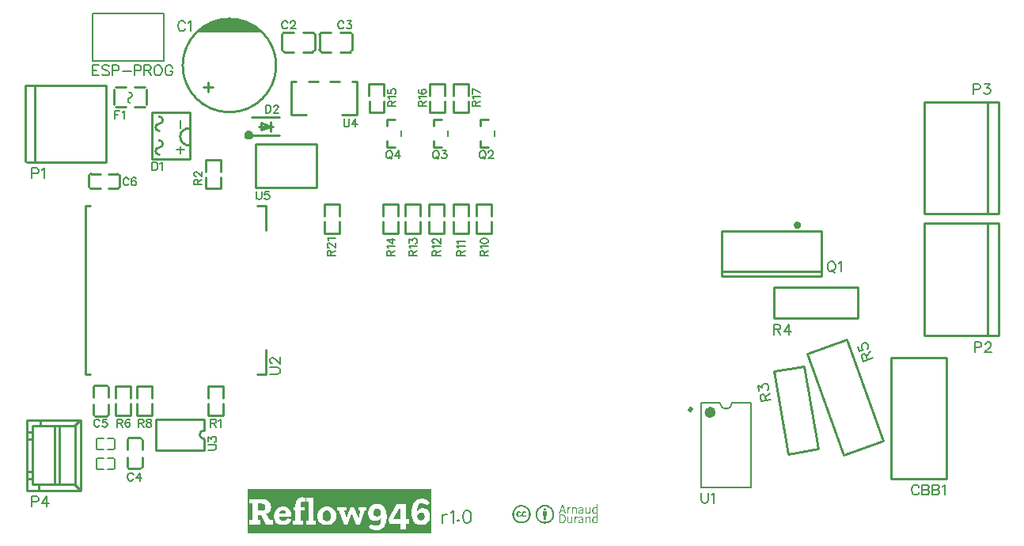
<source format=gto>
G04 Layer: TopSilkscreenLayer*
G04 EasyEDA v6.5.15, 2022-09-18 23:53:43*
G04 d3691748ad514627a52f7aef6c0eae22,d4513426d2154aa39f2c2607306ca696,10*
G04 Gerber Generator version 0.2*
G04 Scale: 100 percent, Rotated: No, Reflected: No *
G04 Dimensions in millimeters *
G04 leading zeros omitted , absolute positions ,4 integer and 5 decimal *
%FSLAX45Y45*%
%MOMM*%

%ADD10C,0.1520*%
%ADD11C,0.1780*%
%ADD12C,0.1524*%
%ADD13C,0.1778*%
%ADD14C,0.1501*%
%ADD15C,0.1500*%
%ADD16C,0.2540*%
%ADD17C,0.2032*%
%ADD18C,0.2000*%
%ADD19C,0.6000*%
%ADD20C,0.3000*%
%ADD21C,0.4000*%
%ADD22C,0.0166*%

%LPD*%
G36*
X5548579Y-5275021D02*
G01*
X5543092Y-5275122D01*
X5537606Y-5275529D01*
X5532120Y-5276240D01*
X5526735Y-5277358D01*
X5521198Y-5278831D01*
X5515813Y-5280609D01*
X5510631Y-5282590D01*
X5505653Y-5284876D01*
X5500827Y-5287416D01*
X5496255Y-5290159D01*
X5491835Y-5293156D01*
X5483656Y-5299760D01*
X5476290Y-5307126D01*
X5472938Y-5311089D01*
X5466892Y-5319420D01*
X5464200Y-5323789D01*
X5459526Y-5332933D01*
X5455767Y-5342483D01*
X5453024Y-5352338D01*
X5451957Y-5357368D01*
X5451195Y-5362397D01*
X5450433Y-5372658D01*
X5450558Y-5380329D01*
X5467959Y-5380329D01*
X5468213Y-5371896D01*
X5469229Y-5363464D01*
X5470042Y-5359247D01*
X5472328Y-5351018D01*
X5475427Y-5342940D01*
X5479338Y-5335168D01*
X5484114Y-5327751D01*
X5489651Y-5320792D01*
X5496052Y-5314340D01*
X5503316Y-5308447D01*
X5507228Y-5305755D01*
X5511342Y-5303266D01*
X5515711Y-5300929D01*
X5520283Y-5298795D01*
X5529986Y-5295188D01*
X5535168Y-5293715D01*
X5546140Y-5291480D01*
X5551474Y-5292090D01*
X5562549Y-5293766D01*
X5572709Y-5296001D01*
X5577484Y-5297424D01*
X5582056Y-5299100D01*
X5590540Y-5303113D01*
X5598210Y-5307888D01*
X5605018Y-5313324D01*
X5611063Y-5319420D01*
X5613806Y-5322671D01*
X5618581Y-5329529D01*
X5620715Y-5333136D01*
X5624322Y-5340654D01*
X5627166Y-5348478D01*
X5629198Y-5356555D01*
X5629960Y-5360619D01*
X5630824Y-5368899D01*
X5630926Y-5377230D01*
X5630265Y-5385562D01*
X5628843Y-5393791D01*
X5626709Y-5401818D01*
X5623763Y-5409590D01*
X5620105Y-5417058D01*
X5615736Y-5424119D01*
X5613298Y-5427472D01*
X5607812Y-5433771D01*
X5604814Y-5436717D01*
X5598261Y-5442102D01*
X5590997Y-5446776D01*
X5583021Y-5450687D01*
X5578754Y-5452313D01*
X5569762Y-5454853D01*
X5564987Y-5455818D01*
X5560060Y-5456478D01*
X5554980Y-5456885D01*
X5549696Y-5457037D01*
X5544058Y-5456885D01*
X5538622Y-5456478D01*
X5528360Y-5454853D01*
X5518912Y-5452211D01*
X5514492Y-5450586D01*
X5510276Y-5448706D01*
X5502402Y-5444337D01*
X5498795Y-5441899D01*
X5492140Y-5436412D01*
X5489092Y-5433466D01*
X5483656Y-5427065D01*
X5479034Y-5420106D01*
X5475173Y-5412740D01*
X5472176Y-5405018D01*
X5469940Y-5396992D01*
X5469128Y-5392877D01*
X5468162Y-5384546D01*
X5467959Y-5380329D01*
X5450558Y-5380329D01*
X5451195Y-5388102D01*
X5452008Y-5393232D01*
X5453075Y-5398312D01*
X5454396Y-5403342D01*
X5456021Y-5408371D01*
X5457901Y-5413298D01*
X5460085Y-5418175D01*
X5462574Y-5422950D01*
X5465318Y-5427624D01*
X5468366Y-5432196D01*
X5471718Y-5436616D01*
X5475376Y-5440934D01*
X5479338Y-5445150D01*
X5483352Y-5448960D01*
X5491632Y-5455818D01*
X5495848Y-5458815D01*
X5504484Y-5463997D01*
X5513273Y-5468112D01*
X5517743Y-5469839D01*
X5526735Y-5472480D01*
X5535777Y-5474157D01*
X5544769Y-5474919D01*
X5553760Y-5474817D01*
X5562650Y-5473903D01*
X5571388Y-5472125D01*
X5579922Y-5469636D01*
X5588203Y-5466384D01*
X5596128Y-5462422D01*
X5603748Y-5457799D01*
X5610961Y-5452567D01*
X5617718Y-5446776D01*
X5623966Y-5440426D01*
X5629656Y-5433517D01*
X5634736Y-5426202D01*
X5639155Y-5418429D01*
X5642864Y-5410250D01*
X5645810Y-5401665D01*
X5647029Y-5397296D01*
X5647994Y-5392826D01*
X5649264Y-5383631D01*
X5649569Y-5378958D01*
X5649417Y-5369407D01*
X5648350Y-5359704D01*
X5646166Y-5349798D01*
X5642965Y-5339791D01*
X5640933Y-5334762D01*
X5638596Y-5329682D01*
X5636006Y-5324906D01*
X5633161Y-5320233D01*
X5630011Y-5315813D01*
X5626608Y-5311546D01*
X5622950Y-5307431D01*
X5619038Y-5303570D01*
X5614924Y-5299913D01*
X5606084Y-5293258D01*
X5601411Y-5290312D01*
X5596534Y-5287568D01*
X5591556Y-5285079D01*
X5586425Y-5282844D01*
X5581243Y-5280863D01*
X5575909Y-5279136D01*
X5570524Y-5277713D01*
X5565089Y-5276596D01*
X5554116Y-5275224D01*
G37*
G36*
X5548122Y-5310987D02*
G01*
X5543499Y-5312562D01*
X5539384Y-5316169D01*
X5535980Y-5321046D01*
X5534660Y-5324906D01*
X5535422Y-5328666D01*
X5538114Y-5333238D01*
X5543651Y-5337505D01*
X5550662Y-5338318D01*
X5557418Y-5335879D01*
X5562295Y-5330393D01*
X5563717Y-5325110D01*
X5563006Y-5320284D01*
X5560720Y-5316169D01*
X5557164Y-5313070D01*
X5552846Y-5311241D01*
G37*
G36*
X5549696Y-5343042D02*
G01*
X5542330Y-5343194D01*
X5535726Y-5343753D01*
X5530596Y-5344617D01*
X5527802Y-5345887D01*
X5526125Y-5349290D01*
X5525058Y-5355082D01*
X5524550Y-5362346D01*
X5524652Y-5370271D01*
X5525211Y-5377992D01*
X5526278Y-5384749D01*
X5527751Y-5389575D01*
X5529681Y-5391759D01*
X5532221Y-5393080D01*
X5533644Y-5396433D01*
X5534253Y-5403596D01*
X5534406Y-5439511D01*
X5564987Y-5439511D01*
X5565089Y-5403596D01*
X5565698Y-5396433D01*
X5567121Y-5393080D01*
X5569661Y-5391759D01*
X5571591Y-5389575D01*
X5573115Y-5384749D01*
X5574131Y-5377992D01*
X5574741Y-5370271D01*
X5574792Y-5362346D01*
X5574284Y-5355082D01*
X5573268Y-5349290D01*
X5571540Y-5345887D01*
X5568746Y-5344617D01*
X5563666Y-5343753D01*
X5557062Y-5343194D01*
G37*
G36*
X5296916Y-5276748D02*
G01*
X5291480Y-5276951D01*
X5285994Y-5277459D01*
X5280406Y-5278272D01*
X5274614Y-5279491D01*
X5268976Y-5281117D01*
X5263438Y-5283200D01*
X5258003Y-5285689D01*
X5252720Y-5288534D01*
X5247589Y-5291734D01*
X5242661Y-5295239D01*
X5237886Y-5299100D01*
X5233365Y-5303215D01*
X5229047Y-5307634D01*
X5224983Y-5312308D01*
X5221173Y-5317185D01*
X5217617Y-5322265D01*
X5214366Y-5327497D01*
X5211419Y-5332933D01*
X5208778Y-5338470D01*
X5206542Y-5344160D01*
X5204612Y-5349900D01*
X5203037Y-5355742D01*
X5201869Y-5361635D01*
X5201107Y-5367528D01*
X5200790Y-5375706D01*
X5219496Y-5375706D01*
X5219547Y-5370728D01*
X5219903Y-5365699D01*
X5220614Y-5360670D01*
X5221681Y-5355640D01*
X5223103Y-5350611D01*
X5224881Y-5345633D01*
X5227066Y-5340705D01*
X5229606Y-5335828D01*
X5232603Y-5331053D01*
X5235956Y-5326329D01*
X5239562Y-5321960D01*
X5243474Y-5317845D01*
X5247640Y-5314086D01*
X5252110Y-5310632D01*
X5256733Y-5307482D01*
X5261610Y-5304688D01*
X5266639Y-5302199D01*
X5271820Y-5300065D01*
X5277154Y-5298287D01*
X5282539Y-5296814D01*
X5288026Y-5295747D01*
X5293563Y-5294985D01*
X5299151Y-5294630D01*
X5304688Y-5294630D01*
X5310225Y-5295036D01*
X5315762Y-5295798D01*
X5321147Y-5296966D01*
X5326481Y-5298541D01*
X5331714Y-5300472D01*
X5336794Y-5302859D01*
X5341823Y-5305653D01*
X5346598Y-5308803D01*
X5351018Y-5312105D01*
X5355132Y-5315712D01*
X5358942Y-5319522D01*
X5362397Y-5323484D01*
X5365546Y-5327700D01*
X5368442Y-5332018D01*
X5370931Y-5336489D01*
X5373166Y-5341112D01*
X5375097Y-5345836D01*
X5376672Y-5350662D01*
X5377992Y-5355590D01*
X5379669Y-5365546D01*
X5380126Y-5375656D01*
X5379872Y-5380736D01*
X5379364Y-5385765D01*
X5378500Y-5390743D01*
X5377383Y-5395671D01*
X5375960Y-5400548D01*
X5374284Y-5405272D01*
X5372252Y-5409946D01*
X5369966Y-5414518D01*
X5367375Y-5418886D01*
X5364480Y-5423154D01*
X5361279Y-5427218D01*
X5357825Y-5431078D01*
X5354066Y-5434736D01*
X5350052Y-5438190D01*
X5345734Y-5441391D01*
X5341112Y-5444337D01*
X5336235Y-5446979D01*
X5331104Y-5449366D01*
X5325668Y-5451449D01*
X5320131Y-5453126D01*
X5314645Y-5454396D01*
X5309209Y-5455259D01*
X5303875Y-5455716D01*
X5298592Y-5455869D01*
X5293410Y-5455615D01*
X5288280Y-5455005D01*
X5283301Y-5454091D01*
X5278424Y-5452821D01*
X5273700Y-5451297D01*
X5269077Y-5449468D01*
X5264607Y-5447334D01*
X5260289Y-5444896D01*
X5256174Y-5442254D01*
X5252161Y-5439359D01*
X5248402Y-5436260D01*
X5241340Y-5429351D01*
X5235194Y-5421731D01*
X5229910Y-5413400D01*
X5225643Y-5404561D01*
X5223916Y-5399938D01*
X5222443Y-5395264D01*
X5221224Y-5390438D01*
X5220360Y-5385612D01*
X5219750Y-5380685D01*
X5219496Y-5375706D01*
X5200790Y-5375706D01*
X5200853Y-5379364D01*
X5201412Y-5385206D01*
X5202275Y-5390743D01*
X5203393Y-5396179D01*
X5204764Y-5401411D01*
X5208219Y-5411419D01*
X5210251Y-5416143D01*
X5212537Y-5420766D01*
X5217668Y-5429402D01*
X5223560Y-5437378D01*
X5226761Y-5441086D01*
X5233670Y-5447944D01*
X5241137Y-5454040D01*
X5249113Y-5459323D01*
X5257495Y-5463794D01*
X5266283Y-5467451D01*
X5270804Y-5468975D01*
X5279999Y-5471312D01*
X5289448Y-5472734D01*
X5298998Y-5473293D01*
X5308650Y-5472836D01*
X5318302Y-5471464D01*
X5323128Y-5470398D01*
X5327904Y-5469077D01*
X5337352Y-5465673D01*
X5346598Y-5461203D01*
X5355590Y-5455666D01*
X5359958Y-5452516D01*
X5364276Y-5449062D01*
X5368442Y-5445353D01*
X5372404Y-5441442D01*
X5376062Y-5437428D01*
X5379466Y-5433314D01*
X5382564Y-5429148D01*
X5385409Y-5424881D01*
X5387949Y-5420563D01*
X5390235Y-5416143D01*
X5393994Y-5407202D01*
X5396738Y-5398058D01*
X5398465Y-5388813D01*
X5399227Y-5379567D01*
X5399074Y-5370322D01*
X5398668Y-5365699D01*
X5397195Y-5356606D01*
X5394858Y-5347716D01*
X5391658Y-5339029D01*
X5389829Y-5334812D01*
X5385511Y-5326634D01*
X5380431Y-5318861D01*
X5374690Y-5311495D01*
X5368290Y-5304688D01*
X5361228Y-5298490D01*
X5353558Y-5292953D01*
X5345379Y-5288076D01*
X5336590Y-5284012D01*
X5332069Y-5282285D01*
X5327345Y-5280761D01*
X5317642Y-5278424D01*
X5312613Y-5277612D01*
X5307482Y-5277053D01*
X5302250Y-5276748D01*
G37*
G36*
X5270449Y-5344769D02*
G01*
X5265369Y-5345430D01*
X5260492Y-5346903D01*
X5256072Y-5349138D01*
X5252364Y-5352084D01*
X5249367Y-5355590D01*
X5246979Y-5359552D01*
X5245303Y-5363870D01*
X5244236Y-5368391D01*
X5243830Y-5373065D01*
X5244084Y-5377789D01*
X5244896Y-5382463D01*
X5246319Y-5386984D01*
X5248351Y-5391251D01*
X5250942Y-5395112D01*
X5254142Y-5398516D01*
X5257850Y-5401360D01*
X5262168Y-5403494D01*
X5266944Y-5404866D01*
X5273802Y-5405272D01*
X5280558Y-5404205D01*
X5286705Y-5401970D01*
X5291785Y-5398973D01*
X5295341Y-5395569D01*
X5296865Y-5392115D01*
X5295900Y-5388864D01*
X5291988Y-5386324D01*
X5289702Y-5385968D01*
X5287111Y-5386374D01*
X5284571Y-5387441D01*
X5278628Y-5392013D01*
X5274919Y-5393232D01*
X5271516Y-5392978D01*
X5268468Y-5391353D01*
X5265928Y-5388457D01*
X5264099Y-5384393D01*
X5263083Y-5379313D01*
X5263083Y-5373319D01*
X5265420Y-5365038D01*
X5270093Y-5360009D01*
X5276037Y-5358790D01*
X5282082Y-5362143D01*
X5283860Y-5363362D01*
X5285994Y-5363768D01*
X5288381Y-5363413D01*
X5291124Y-5362295D01*
X5294325Y-5359958D01*
X5295900Y-5357571D01*
X5295950Y-5355082D01*
X5294680Y-5352694D01*
X5292344Y-5350408D01*
X5289042Y-5348427D01*
X5285028Y-5346750D01*
X5280456Y-5345531D01*
X5275580Y-5344820D01*
G37*
G36*
X5329174Y-5344922D02*
G01*
X5324297Y-5345125D01*
X5319725Y-5346039D01*
X5315661Y-5347665D01*
X5311089Y-5350814D01*
X5307431Y-5354878D01*
X5304688Y-5359654D01*
X5302758Y-5364988D01*
X5301742Y-5370677D01*
X5301538Y-5376519D01*
X5302199Y-5382260D01*
X5303723Y-5387797D01*
X5306060Y-5392877D01*
X5309209Y-5397296D01*
X5313172Y-5400903D01*
X5317947Y-5403443D01*
X5322468Y-5404662D01*
X5327345Y-5405120D01*
X5332374Y-5404916D01*
X5337302Y-5404104D01*
X5342026Y-5402834D01*
X5346293Y-5401208D01*
X5349900Y-5399227D01*
X5352643Y-5397042D01*
X5354370Y-5394756D01*
X5354828Y-5392470D01*
X5353862Y-5390235D01*
X5351221Y-5388152D01*
X5348325Y-5386984D01*
X5345379Y-5386832D01*
X5342331Y-5387644D01*
X5334203Y-5391708D01*
X5329885Y-5392166D01*
X5326075Y-5390997D01*
X5322925Y-5388356D01*
X5320588Y-5384546D01*
X5319268Y-5379618D01*
X5319014Y-5373776D01*
X5320030Y-5367223D01*
X5323890Y-5361990D01*
X5330545Y-5359196D01*
X5337251Y-5359349D01*
X5341315Y-5362956D01*
X5342229Y-5364429D01*
X5343855Y-5364886D01*
X5346293Y-5364276D01*
X5349748Y-5362651D01*
X5353812Y-5360314D01*
X5355285Y-5358485D01*
X5354320Y-5356250D01*
X5350967Y-5352745D01*
X5347665Y-5350052D01*
X5343601Y-5347919D01*
X5339029Y-5346344D01*
X5334152Y-5345328D01*
G37*
G36*
X2370582Y-5102199D02*
G01*
X2370582Y-5214213D01*
X2514854Y-5214213D01*
X2531110Y-5214772D01*
X2546096Y-5216499D01*
X2559761Y-5219395D01*
X2572105Y-5223459D01*
X2583129Y-5228691D01*
X2592832Y-5235041D01*
X2601214Y-5242560D01*
X2608072Y-5251196D01*
X2613406Y-5260949D01*
X2617216Y-5271820D01*
X2619502Y-5283860D01*
X2620264Y-5297017D01*
X2619349Y-5310276D01*
X2616657Y-5322417D01*
X2612136Y-5333390D01*
X2605786Y-5343245D01*
X2598115Y-5352034D01*
X2589276Y-5359603D01*
X2579319Y-5366004D01*
X2568194Y-5371185D01*
X2581661Y-5396077D01*
X2651760Y-5396077D01*
X2652471Y-5381904D01*
X2654503Y-5368544D01*
X2658008Y-5355996D01*
X2662834Y-5344261D01*
X2669032Y-5333288D01*
X2676652Y-5323179D01*
X2685491Y-5314238D01*
X2695498Y-5306923D01*
X2706573Y-5301284D01*
X2718765Y-5297220D01*
X2732074Y-5294782D01*
X2746502Y-5293969D01*
X2759303Y-5294579D01*
X2771241Y-5296458D01*
X2782316Y-5299608D01*
X2792577Y-5304028D01*
X2801975Y-5309666D01*
X2810510Y-5316575D01*
X2818028Y-5324551D01*
X2824276Y-5333339D01*
X2829102Y-5342940D01*
X2832658Y-5353253D01*
X2834792Y-5364378D01*
X2835656Y-5376265D01*
X2834894Y-5390083D01*
X2832608Y-5403697D01*
X2708402Y-5403697D01*
X2710891Y-5417413D01*
X2715361Y-5428691D01*
X2721813Y-5437428D01*
X2730195Y-5443677D01*
X2740558Y-5447385D01*
X2752852Y-5448655D01*
X2771190Y-5445963D01*
X2782570Y-5437987D01*
X2786024Y-5432907D01*
X2788716Y-5428081D01*
X2790698Y-5423509D01*
X2791968Y-5419191D01*
X2837180Y-5427573D01*
X2834894Y-5439765D01*
X2830017Y-5451246D01*
X2822549Y-5462016D01*
X2812542Y-5472023D01*
X2804515Y-5477916D01*
X2795422Y-5482742D01*
X2785364Y-5486501D01*
X2782229Y-5487263D01*
X2856230Y-5487263D01*
X2856230Y-5446369D01*
X2881376Y-5446369D01*
X2881376Y-5336387D01*
X2858262Y-5336387D01*
X2858262Y-5297779D01*
X2881376Y-5297779D01*
X2881376Y-5268823D01*
X2882595Y-5254498D01*
X2886202Y-5241086D01*
X2892247Y-5228488D01*
X2900680Y-5216753D01*
X2907639Y-5209844D01*
X2915564Y-5204206D01*
X2924505Y-5199786D01*
X2934411Y-5196636D01*
X2945384Y-5194757D01*
X2957322Y-5194147D01*
X2975152Y-5195620D01*
X2984246Y-5197906D01*
X2984246Y-5198211D01*
X3075432Y-5198211D01*
X3075432Y-5394807D01*
X3115310Y-5394807D01*
X3116021Y-5381244D01*
X3118104Y-5368340D01*
X3121609Y-5356148D01*
X3126486Y-5344566D01*
X3132785Y-5333644D01*
X3140456Y-5323433D01*
X3147212Y-5316474D01*
X3154781Y-5310428D01*
X3163112Y-5305298D01*
X3172256Y-5301132D01*
X3182213Y-5297881D01*
X3192983Y-5295544D01*
X3204565Y-5294172D01*
X3216910Y-5293715D01*
X3229305Y-5294172D01*
X3240887Y-5295544D01*
X3251417Y-5297779D01*
X3430270Y-5297779D01*
X3430270Y-5338419D01*
X3404362Y-5338419D01*
X3427476Y-5412333D01*
X3430015Y-5412333D01*
X3474465Y-5297779D01*
X3506724Y-5297779D01*
X3558540Y-5410809D01*
X3561079Y-5410809D01*
X3576574Y-5338419D01*
X3551682Y-5338419D01*
X3551682Y-5297779D01*
X3641598Y-5297779D01*
X3641598Y-5338419D01*
X3625087Y-5338419D01*
X3618031Y-5358993D01*
X3658870Y-5358993D01*
X3659581Y-5345430D01*
X3661765Y-5332780D01*
X3665423Y-5320944D01*
X3670503Y-5309971D01*
X3677056Y-5299913D01*
X3685032Y-5290667D01*
X3694277Y-5282590D01*
X3704539Y-5275986D01*
X3715918Y-5270855D01*
X3728262Y-5267198D01*
X3741674Y-5264962D01*
X3756151Y-5264251D01*
X3769156Y-5264810D01*
X3781196Y-5266588D01*
X3792270Y-5269585D01*
X3802430Y-5273700D01*
X3811676Y-5279034D01*
X3819906Y-5285536D01*
X3827221Y-5293207D01*
X3833622Y-5302097D01*
X3839210Y-5311851D01*
X3844086Y-5322265D01*
X3848150Y-5333339D01*
X3851554Y-5345125D01*
X3854145Y-5357622D01*
X3856024Y-5370779D01*
X3857142Y-5384596D01*
X3857498Y-5399125D01*
X3857193Y-5411825D01*
X3856329Y-5424271D01*
X3855853Y-5428335D01*
X3876801Y-5428335D01*
X3959860Y-5268315D01*
X4059936Y-5268315D01*
X4059936Y-5356707D01*
X4122928Y-5356707D01*
X4123232Y-5343906D01*
X4124096Y-5331409D01*
X4125518Y-5319217D01*
X4127550Y-5307380D01*
X4130141Y-5295798D01*
X4133342Y-5284571D01*
X4137253Y-5273802D01*
X4141927Y-5263794D01*
X4147362Y-5254447D01*
X4153560Y-5245862D01*
X4160469Y-5237937D01*
X4168140Y-5230723D01*
X4176674Y-5224373D01*
X4186123Y-5219141D01*
X4196588Y-5215077D01*
X4207967Y-5212181D01*
X4220362Y-5210454D01*
X4233672Y-5209895D01*
X4245152Y-5210403D01*
X4256481Y-5212029D01*
X4267606Y-5214721D01*
X4278630Y-5218531D01*
X4289094Y-5223510D01*
X4298696Y-5230012D01*
X4307382Y-5238089D01*
X4315206Y-5247741D01*
X4282948Y-5280253D01*
X4273550Y-5270449D01*
X4261866Y-5263489D01*
X4247896Y-5259273D01*
X4231640Y-5257901D01*
X4220159Y-5258968D01*
X4210405Y-5262219D01*
X4202379Y-5267604D01*
X4196080Y-5275173D01*
X4191304Y-5285333D01*
X4187698Y-5298490D01*
X4185208Y-5314645D01*
X4183430Y-5340400D01*
X4183379Y-5343499D01*
X4192422Y-5331002D01*
X4205224Y-5320385D01*
X4213199Y-5316169D01*
X4222445Y-5313121D01*
X4232910Y-5311343D01*
X4244594Y-5310733D01*
X4258056Y-5311495D01*
X4270095Y-5313781D01*
X4280712Y-5317591D01*
X4289958Y-5322925D01*
X4297832Y-5329783D01*
X4304284Y-5338165D01*
X4311853Y-5351983D01*
X4317238Y-5366359D01*
X4320489Y-5381193D01*
X4321556Y-5396585D01*
X4320844Y-5410098D01*
X4318660Y-5422798D01*
X4315002Y-5434634D01*
X4309922Y-5445556D01*
X4303369Y-5455666D01*
X4295394Y-5464911D01*
X4286097Y-5472988D01*
X4275734Y-5479592D01*
X4264355Y-5484723D01*
X4251909Y-5488381D01*
X4238498Y-5490565D01*
X4224020Y-5491327D01*
X4211066Y-5490718D01*
X4199077Y-5488990D01*
X4188002Y-5486044D01*
X4177842Y-5481929D01*
X4168648Y-5476646D01*
X4160367Y-5470194D01*
X4153001Y-5462524D01*
X4146550Y-5453735D01*
X4141012Y-5443931D01*
X4136237Y-5433466D01*
X4132173Y-5422341D01*
X4128820Y-5410555D01*
X4126229Y-5398109D01*
X4124401Y-5384952D01*
X4123283Y-5371185D01*
X4122928Y-5356707D01*
X4059936Y-5356707D01*
X4059936Y-5428335D01*
X4101084Y-5428335D01*
X4096765Y-5475071D01*
X4059936Y-5475071D01*
X4059936Y-5541873D01*
X4003548Y-5541873D01*
X4003548Y-5475071D01*
X3882644Y-5475071D01*
X3876801Y-5428335D01*
X3855853Y-5428335D01*
X3854907Y-5436412D01*
X3852875Y-5448249D01*
X3850284Y-5459780D01*
X3847084Y-5471007D01*
X3843172Y-5481828D01*
X3838448Y-5491937D01*
X3832961Y-5501284D01*
X3826764Y-5509971D01*
X3819804Y-5517896D01*
X3812032Y-5525109D01*
X3803446Y-5531408D01*
X3793896Y-5536539D01*
X3783431Y-5540552D01*
X3772052Y-5543397D01*
X3759758Y-5545124D01*
X3746500Y-5545683D01*
X3734917Y-5545175D01*
X3723538Y-5543600D01*
X3712311Y-5540959D01*
X3701287Y-5537301D01*
X3690823Y-5532323D01*
X3681374Y-5525719D01*
X3672789Y-5517591D01*
X3665220Y-5507837D01*
X3697478Y-5475579D01*
X3706774Y-5485231D01*
X3718458Y-5492140D01*
X3732428Y-5496306D01*
X3748786Y-5497677D01*
X3760215Y-5496610D01*
X3769918Y-5493359D01*
X3777894Y-5487974D01*
X3784092Y-5480405D01*
X3788765Y-5470347D01*
X3792423Y-5457240D01*
X3795014Y-5441035D01*
X3796995Y-5415127D01*
X3797046Y-5412079D01*
X3788054Y-5424271D01*
X3775201Y-5434939D01*
X3767226Y-5439257D01*
X3757929Y-5442356D01*
X3747363Y-5444236D01*
X3735578Y-5444845D01*
X3722166Y-5444083D01*
X3710127Y-5441797D01*
X3699510Y-5437987D01*
X3690315Y-5432653D01*
X3682542Y-5425795D01*
X3676142Y-5417413D01*
X3668572Y-5403392D01*
X3663187Y-5388965D01*
X3659936Y-5374182D01*
X3658870Y-5358993D01*
X3618031Y-5358993D01*
X3574034Y-5487263D01*
X3533648Y-5487263D01*
X3484626Y-5373725D01*
X3482086Y-5373725D01*
X3437382Y-5487263D01*
X3399282Y-5487263D01*
X3346704Y-5338419D01*
X3330701Y-5338419D01*
X3330701Y-5297779D01*
X3251657Y-5297830D01*
X3261614Y-5301081D01*
X3270707Y-5305196D01*
X3278987Y-5310276D01*
X3286455Y-5316270D01*
X3293110Y-5323179D01*
X3300780Y-5333339D01*
X3307079Y-5344109D01*
X3311956Y-5355437D01*
X3315462Y-5367324D01*
X3317544Y-5379770D01*
X3318256Y-5392775D01*
X3317443Y-5407253D01*
X3315004Y-5420715D01*
X3310890Y-5433212D01*
X3305149Y-5444693D01*
X3297783Y-5455158D01*
X3288792Y-5464657D01*
X3278530Y-5472785D01*
X3267405Y-5479491D01*
X3255365Y-5484672D01*
X3242513Y-5488381D01*
X3228746Y-5490565D01*
X3214116Y-5491327D01*
X3199993Y-5490616D01*
X3186785Y-5488482D01*
X3174441Y-5484977D01*
X3162960Y-5480050D01*
X3152394Y-5473700D01*
X3142742Y-5465927D01*
X3134360Y-5456885D01*
X3127502Y-5446725D01*
X3122168Y-5435447D01*
X3118358Y-5423001D01*
X3116072Y-5409488D01*
X3115310Y-5394807D01*
X3075432Y-5394807D01*
X3075432Y-5446369D01*
X3100578Y-5446369D01*
X3100578Y-5487263D01*
X2995930Y-5487263D01*
X2995930Y-5446369D01*
X3021330Y-5446369D01*
X3021330Y-5239359D01*
X2993898Y-5239359D01*
X2993898Y-5198211D01*
X2984246Y-5198211D01*
X2984246Y-5244998D01*
X2977388Y-5242661D01*
X2973120Y-5241442D01*
X2968955Y-5240578D01*
X2964840Y-5240020D01*
X2960878Y-5239867D01*
X2955950Y-5240172D01*
X2951327Y-5241188D01*
X2947060Y-5242864D01*
X2943098Y-5245201D01*
X2939745Y-5248503D01*
X2937357Y-5252770D01*
X2935935Y-5258003D01*
X2935478Y-5264251D01*
X2935478Y-5297779D01*
X2982214Y-5297779D01*
X2982214Y-5336387D01*
X2935478Y-5336387D01*
X2935478Y-5446369D01*
X2966974Y-5446369D01*
X2966974Y-5487263D01*
X2782229Y-5487263D01*
X2774289Y-5489194D01*
X2762148Y-5490768D01*
X2749042Y-5491327D01*
X2735326Y-5490667D01*
X2722422Y-5488686D01*
X2710383Y-5485333D01*
X2699156Y-5480710D01*
X2688742Y-5474716D01*
X2679192Y-5467451D01*
X2670810Y-5458815D01*
X2663952Y-5448909D01*
X2658618Y-5437682D01*
X2654808Y-5425135D01*
X2652522Y-5411266D01*
X2651760Y-5396077D01*
X2581661Y-5396077D01*
X2605024Y-5439257D01*
X2637790Y-5439257D01*
X2637790Y-5487263D01*
X2568194Y-5487263D01*
X2513838Y-5383123D01*
X2477008Y-5383123D01*
X2477008Y-5439257D01*
X2506218Y-5439257D01*
X2506218Y-5487263D01*
X2391156Y-5487263D01*
X2391156Y-5439257D01*
X2420620Y-5439257D01*
X2420620Y-5262219D01*
X2391156Y-5262219D01*
X2391156Y-5214213D01*
X2370582Y-5214213D01*
X2370582Y-5576671D01*
X4338828Y-5576671D01*
X4338828Y-5102199D01*
G37*
G36*
X2477008Y-5262219D02*
G01*
X2477008Y-5338419D01*
X2503932Y-5338419D01*
X2518765Y-5337759D01*
X2531059Y-5335828D01*
X2540762Y-5332577D01*
X2547874Y-5328005D01*
X2556662Y-5315356D01*
X2559558Y-5298287D01*
X2556560Y-5280863D01*
X2547620Y-5269839D01*
X2540355Y-5266486D01*
X2530805Y-5264099D01*
X2518918Y-5262676D01*
X2504694Y-5262219D01*
G37*
G36*
X3755390Y-5313781D02*
G01*
X3743604Y-5314950D01*
X3733952Y-5318556D01*
X3726434Y-5324551D01*
X3721049Y-5332984D01*
X3717848Y-5343753D01*
X3716782Y-5356961D01*
X3718814Y-5374284D01*
X3724910Y-5387695D01*
X3736289Y-5396280D01*
X3754120Y-5399125D01*
X3772103Y-5396382D01*
X3784854Y-5388203D01*
X3792677Y-5376113D01*
X3795776Y-5361279D01*
X3794353Y-5349849D01*
X3792016Y-5340045D01*
X3788867Y-5331815D01*
X3784854Y-5325211D01*
X3773068Y-5316626D01*
G37*
G36*
X3987800Y-5316321D02*
G01*
X3930650Y-5428335D01*
X4003548Y-5428335D01*
X4003548Y-5316321D01*
G37*
G36*
X2746502Y-5332577D02*
G01*
X2731668Y-5335320D01*
X2720594Y-5343499D01*
X2712923Y-5356148D01*
X2708656Y-5372201D01*
X2779776Y-5372201D01*
X2779115Y-5358333D01*
X2773680Y-5345277D01*
X2762961Y-5335727D01*
G37*
G36*
X3216148Y-5335117D02*
G01*
X3206191Y-5336032D01*
X3197352Y-5338876D01*
X3189681Y-5343550D01*
X3183128Y-5350103D01*
X3177895Y-5358333D01*
X3174187Y-5367985D01*
X3171952Y-5379161D01*
X3171190Y-5391759D01*
X3171901Y-5403494D01*
X3173984Y-5414314D01*
X3177489Y-5424170D01*
X3182366Y-5433161D01*
X3188614Y-5440476D01*
X3196285Y-5445709D01*
X3205276Y-5448858D01*
X3215640Y-5449925D01*
X3225647Y-5448909D01*
X3234639Y-5445963D01*
X3242564Y-5441035D01*
X3249422Y-5434177D01*
X3255111Y-5425541D01*
X3259124Y-5415483D01*
X3261563Y-5403951D01*
X3262376Y-5390997D01*
X3261512Y-5377484D01*
X3259023Y-5365902D01*
X3254806Y-5356250D01*
X3248914Y-5348579D01*
X3241802Y-5342686D01*
X3233978Y-5338470D01*
X3225444Y-5335930D01*
G37*
G36*
X4226306Y-5356707D02*
G01*
X4208322Y-5359349D01*
X4195572Y-5367375D01*
X4187748Y-5379415D01*
X4184650Y-5394299D01*
X4186072Y-5405678D01*
X4188409Y-5415483D01*
X4191558Y-5423712D01*
X4195572Y-5430367D01*
X4207408Y-5438952D01*
X4225036Y-5441797D01*
X4236821Y-5440578D01*
X4246473Y-5436971D01*
X4253992Y-5430977D01*
X4259376Y-5422595D01*
X4262577Y-5411825D01*
X4263644Y-5398617D01*
X4261561Y-5381294D01*
X4255262Y-5367883D01*
X4243832Y-5359501D01*
G37*
G36*
X6105702Y-5369204D02*
G01*
X6105702Y-5396128D01*
X6106210Y-5408066D01*
X6101689Y-5404662D01*
X6097168Y-5402122D01*
X6092240Y-5400497D01*
X6086652Y-5399938D01*
X6080810Y-5400598D01*
X6075324Y-5402478D01*
X6070244Y-5405526D01*
X6065723Y-5409742D01*
X6062014Y-5414975D01*
X6059119Y-5421172D01*
X6057290Y-5428284D01*
X6056700Y-5436006D01*
X6067602Y-5436006D01*
X6068009Y-5430266D01*
X6069177Y-5424982D01*
X6071006Y-5420309D01*
X6073495Y-5416296D01*
X6076492Y-5413044D01*
X6079998Y-5410606D01*
X6083909Y-5409082D01*
X6088176Y-5408574D01*
X6092596Y-5409031D01*
X6096914Y-5410403D01*
X6101232Y-5412892D01*
X6105702Y-5416448D01*
X6105702Y-5453532D01*
X6101130Y-5457748D01*
X6096609Y-5460746D01*
X6091986Y-5462574D01*
X6087160Y-5463184D01*
X6082741Y-5462727D01*
X6078829Y-5461355D01*
X6075476Y-5459069D01*
X6072682Y-5455970D01*
X6070498Y-5452110D01*
X6068872Y-5447436D01*
X6067907Y-5442051D01*
X6067602Y-5436006D01*
X6056700Y-5436006D01*
X6057188Y-5444286D01*
X6058662Y-5451398D01*
X6061100Y-5457545D01*
X6064402Y-5462676D01*
X6068517Y-5466689D01*
X6073394Y-5469686D01*
X6078931Y-5471464D01*
X6085128Y-5472074D01*
X6091174Y-5471261D01*
X6096812Y-5469128D01*
X6101842Y-5465978D01*
X6106210Y-5462168D01*
X6106464Y-5462168D01*
X6107480Y-5470296D01*
X6116116Y-5470296D01*
X6116116Y-5369204D01*
G37*
G36*
X5706922Y-5377332D02*
G01*
X5706922Y-5385968D01*
X5728766Y-5385968D01*
X5734151Y-5386273D01*
X5739079Y-5387086D01*
X5743549Y-5388508D01*
X5747562Y-5390438D01*
X5751068Y-5392877D01*
X5754116Y-5395823D01*
X5756706Y-5399278D01*
X5758789Y-5403189D01*
X5760415Y-5407609D01*
X5761583Y-5412486D01*
X5762294Y-5417820D01*
X5762548Y-5423560D01*
X5762294Y-5429300D01*
X5761583Y-5434584D01*
X5760415Y-5439511D01*
X5758789Y-5443931D01*
X5756706Y-5447944D01*
X5754116Y-5451500D01*
X5751068Y-5454497D01*
X5747562Y-5457037D01*
X5743549Y-5459018D01*
X5739079Y-5460492D01*
X5734151Y-5461355D01*
X5728766Y-5461660D01*
X5717590Y-5461660D01*
X5717590Y-5385968D01*
X5706922Y-5385968D01*
X5706922Y-5470296D01*
X5730290Y-5470296D01*
X5736996Y-5469940D01*
X5743143Y-5468874D01*
X5748782Y-5467096D01*
X5753811Y-5464606D01*
X5758281Y-5461508D01*
X5762193Y-5457799D01*
X5765546Y-5453481D01*
X5768289Y-5448554D01*
X5770422Y-5443067D01*
X5771946Y-5437073D01*
X5772912Y-5430570D01*
X5773216Y-5423560D01*
X5772912Y-5416550D01*
X5771946Y-5409996D01*
X5770422Y-5404002D01*
X5768238Y-5398617D01*
X5765495Y-5393740D01*
X5762142Y-5389524D01*
X5758230Y-5385866D01*
X5753658Y-5382818D01*
X5748578Y-5380482D01*
X5742838Y-5378754D01*
X5736590Y-5377688D01*
X5729782Y-5377332D01*
G37*
G36*
X5898438Y-5399938D02*
G01*
X5892850Y-5400954D01*
X5887618Y-5403850D01*
X5882995Y-5408422D01*
X5879134Y-5414416D01*
X5878626Y-5414416D01*
X5877610Y-5401716D01*
X5869228Y-5401716D01*
X5869228Y-5470296D01*
X5879642Y-5470296D01*
X5879642Y-5425592D01*
X5883452Y-5418023D01*
X5887923Y-5412994D01*
X5892596Y-5410200D01*
X5897168Y-5409336D01*
X5900572Y-5409590D01*
X5903772Y-5410352D01*
X5905804Y-5401462D01*
X5904077Y-5400700D01*
X5900420Y-5399989D01*
G37*
G36*
X5939332Y-5399938D02*
G01*
X5931255Y-5400802D01*
X5923991Y-5402986D01*
X5917692Y-5405932D01*
X5912662Y-5409082D01*
X5916726Y-5416194D01*
X5920943Y-5413400D01*
X5925870Y-5410962D01*
X5931458Y-5409234D01*
X5937554Y-5408574D01*
X5944768Y-5410149D01*
X5949238Y-5414314D01*
X5951524Y-5420258D01*
X5952032Y-5427116D01*
X5941822Y-5428538D01*
X5933084Y-5430418D01*
X5925769Y-5432755D01*
X5919876Y-5435549D01*
X5915304Y-5438902D01*
X5912104Y-5442813D01*
X5910224Y-5447334D01*
X5909674Y-5452008D01*
X5919774Y-5452008D01*
X5920181Y-5448655D01*
X5921400Y-5445607D01*
X5923584Y-5442915D01*
X5926836Y-5440527D01*
X5931204Y-5438444D01*
X5936792Y-5436666D01*
X5943701Y-5435193D01*
X5952032Y-5433974D01*
X5952032Y-5454040D01*
X5947054Y-5458256D01*
X5942228Y-5461254D01*
X5937453Y-5463082D01*
X5932474Y-5463692D01*
X5927496Y-5463032D01*
X5923432Y-5461000D01*
X5920740Y-5457393D01*
X5919774Y-5452008D01*
X5909674Y-5452008D01*
X5909614Y-5452516D01*
X5911138Y-5460949D01*
X5915355Y-5467045D01*
X5921705Y-5470804D01*
X5929680Y-5472074D01*
X5935980Y-5471261D01*
X5941974Y-5469077D01*
X5947511Y-5465876D01*
X5952540Y-5461914D01*
X5953048Y-5461914D01*
X5954064Y-5470296D01*
X5962446Y-5470296D01*
X5962446Y-5427624D01*
X5962091Y-5421782D01*
X5961126Y-5416448D01*
X5959449Y-5411724D01*
X5957062Y-5407710D01*
X5953861Y-5404408D01*
X5949899Y-5401970D01*
X5945073Y-5400446D01*
G37*
G36*
X6018072Y-5399938D02*
G01*
X6011418Y-5400903D01*
X6005474Y-5403443D01*
X6000038Y-5407253D01*
X5994958Y-5411876D01*
X5994450Y-5411876D01*
X5993434Y-5401716D01*
X5985052Y-5401716D01*
X5985052Y-5470296D01*
X5995466Y-5470296D01*
X5995466Y-5420258D01*
X6000343Y-5415432D01*
X6005017Y-5411927D01*
X6009792Y-5409793D01*
X6015024Y-5409082D01*
X6021070Y-5410200D01*
X6025286Y-5413654D01*
X6027674Y-5419598D01*
X6028486Y-5428132D01*
X6028486Y-5470296D01*
X6038900Y-5470296D01*
X6038900Y-5426608D01*
X6038596Y-5420461D01*
X6037630Y-5415076D01*
X6036056Y-5410454D01*
X6033820Y-5406694D01*
X6030874Y-5403748D01*
X6027318Y-5401665D01*
X6023051Y-5400395D01*
G37*
G36*
X5791758Y-5401716D02*
G01*
X5791758Y-5445150D01*
X5792063Y-5451348D01*
X5792978Y-5456783D01*
X5794603Y-5461406D01*
X5796838Y-5465216D01*
X5799734Y-5468162D01*
X5803341Y-5470347D01*
X5807608Y-5471668D01*
X5812586Y-5472074D01*
X5819343Y-5471160D01*
X5825236Y-5468518D01*
X5830519Y-5464454D01*
X5835446Y-5459374D01*
X5835954Y-5459374D01*
X5836716Y-5470296D01*
X5845098Y-5470296D01*
X5845098Y-5401716D01*
X5834938Y-5401716D01*
X5834938Y-5450992D01*
X5830011Y-5456428D01*
X5825388Y-5460136D01*
X5820664Y-5462270D01*
X5815634Y-5462930D01*
X5809437Y-5461863D01*
X5805271Y-5458510D01*
X5802884Y-5452668D01*
X5802172Y-5444134D01*
X5802172Y-5401716D01*
G37*
G36*
X6105906Y-5267909D02*
G01*
X6105906Y-5294833D01*
X6106414Y-5306771D01*
X6101791Y-5303367D01*
X6097219Y-5300776D01*
X6092240Y-5299202D01*
X6086602Y-5298643D01*
X6080810Y-5299252D01*
X6075324Y-5301183D01*
X6070295Y-5304231D01*
X6065875Y-5308396D01*
X6062167Y-5313629D01*
X6059322Y-5319826D01*
X6057544Y-5326989D01*
X6056905Y-5334711D01*
X6067552Y-5334711D01*
X6068009Y-5328920D01*
X6069177Y-5323687D01*
X6071108Y-5319014D01*
X6073597Y-5315000D01*
X6076696Y-5311749D01*
X6080201Y-5309311D01*
X6084163Y-5307787D01*
X6088380Y-5307279D01*
X6092698Y-5307736D01*
X6096965Y-5309108D01*
X6101334Y-5311546D01*
X6105906Y-5315153D01*
X6105906Y-5352237D01*
X6101384Y-5356402D01*
X6096863Y-5359450D01*
X6092190Y-5361279D01*
X6087364Y-5361889D01*
X6082893Y-5361432D01*
X6078931Y-5360009D01*
X6075527Y-5357774D01*
X6072733Y-5354675D01*
X6070498Y-5350764D01*
X6068872Y-5346141D01*
X6067907Y-5340756D01*
X6067552Y-5334711D01*
X6056905Y-5334711D01*
X6057392Y-5342991D01*
X6058865Y-5350103D01*
X6061252Y-5356199D01*
X6064504Y-5361330D01*
X6068568Y-5365394D01*
X6073394Y-5368340D01*
X6078931Y-5370169D01*
X6085078Y-5370779D01*
X6091174Y-5369966D01*
X6096812Y-5367832D01*
X6101943Y-5364683D01*
X6106414Y-5360873D01*
X6106668Y-5360873D01*
X6107684Y-5369001D01*
X6116066Y-5369001D01*
X6116066Y-5267909D01*
G37*
G36*
X5733542Y-5276037D02*
G01*
X5714630Y-5331409D01*
X5724652Y-5331409D01*
X5731916Y-5308498D01*
X5738876Y-5284673D01*
X5739384Y-5284673D01*
X5746496Y-5308498D01*
X5753862Y-5331409D01*
X5714630Y-5331409D01*
X5701792Y-5369001D01*
X5712460Y-5369001D01*
X5721858Y-5339537D01*
X5756656Y-5339537D01*
X5765800Y-5369001D01*
X5776976Y-5369001D01*
X5745226Y-5276037D01*
G37*
G36*
X5818886Y-5298643D02*
G01*
X5813196Y-5299659D01*
X5807964Y-5302554D01*
X5803341Y-5307076D01*
X5799328Y-5313121D01*
X5799074Y-5313121D01*
X5798058Y-5300421D01*
X5789676Y-5300421D01*
X5789676Y-5369001D01*
X5799836Y-5369001D01*
X5799836Y-5324297D01*
X5803849Y-5316728D01*
X5808370Y-5311698D01*
X5813094Y-5308904D01*
X5817616Y-5308041D01*
X5820918Y-5308244D01*
X5823966Y-5309057D01*
X5825998Y-5300167D01*
X5822645Y-5298897D01*
G37*
G36*
X5870702Y-5298643D02*
G01*
X5864098Y-5299557D01*
X5858103Y-5302148D01*
X5852668Y-5305907D01*
X5847588Y-5310581D01*
X5847080Y-5310581D01*
X5846064Y-5300421D01*
X5837682Y-5300421D01*
X5837682Y-5369001D01*
X5848096Y-5369001D01*
X5848096Y-5318963D01*
X5853125Y-5314086D01*
X5857798Y-5310581D01*
X5862523Y-5308498D01*
X5867654Y-5307787D01*
X5873750Y-5308904D01*
X5877915Y-5312359D01*
X5880354Y-5318302D01*
X5881116Y-5326837D01*
X5881116Y-5369001D01*
X5891530Y-5369001D01*
X5891530Y-5325313D01*
X5891225Y-5319115D01*
X5890310Y-5313730D01*
X5888736Y-5309158D01*
X5886450Y-5305399D01*
X5883554Y-5302453D01*
X5879998Y-5300319D01*
X5875680Y-5299049D01*
G37*
G36*
X5939790Y-5298643D02*
G01*
X5931763Y-5299506D01*
X5924499Y-5301691D01*
X5918200Y-5304637D01*
X5913120Y-5307787D01*
X5917184Y-5314899D01*
X5921552Y-5312105D01*
X5926582Y-5309666D01*
X5932119Y-5307939D01*
X5938012Y-5307279D01*
X5945378Y-5308854D01*
X5949899Y-5313019D01*
X5952134Y-5318963D01*
X5952744Y-5325821D01*
X5942482Y-5327243D01*
X5933694Y-5329123D01*
X5926328Y-5331409D01*
X5920384Y-5334203D01*
X5915812Y-5337556D01*
X5912612Y-5341467D01*
X5910732Y-5346039D01*
X5910136Y-5350713D01*
X5920232Y-5350713D01*
X5920638Y-5347360D01*
X5921908Y-5344312D01*
X5924092Y-5341620D01*
X5927344Y-5339232D01*
X5931763Y-5337149D01*
X5937402Y-5335320D01*
X5944362Y-5333847D01*
X5952744Y-5332679D01*
X5952744Y-5352745D01*
X5947613Y-5356910D01*
X5942787Y-5359958D01*
X5937961Y-5361787D01*
X5932932Y-5362397D01*
X5927953Y-5361736D01*
X5923940Y-5359704D01*
X5921248Y-5356047D01*
X5920232Y-5350713D01*
X5910136Y-5350713D01*
X5910072Y-5351221D01*
X5911646Y-5359603D01*
X5915863Y-5365750D01*
X5922213Y-5369509D01*
X5930138Y-5370779D01*
X5936488Y-5369966D01*
X5942482Y-5367782D01*
X5948070Y-5364530D01*
X5953252Y-5360619D01*
X5953506Y-5360619D01*
X5954522Y-5369001D01*
X5962904Y-5369001D01*
X5962904Y-5326329D01*
X5962599Y-5320487D01*
X5961634Y-5315153D01*
X5959957Y-5310428D01*
X5957570Y-5306364D01*
X5954369Y-5303113D01*
X5950407Y-5300675D01*
X5945530Y-5299151D01*
G37*
G36*
X5984494Y-5300421D02*
G01*
X5984494Y-5343855D01*
X5984849Y-5350052D01*
X5985764Y-5355437D01*
X5987338Y-5360060D01*
X5989574Y-5363870D01*
X5992520Y-5366867D01*
X5996076Y-5369052D01*
X6000343Y-5370322D01*
X6005322Y-5370779D01*
X6012078Y-5369814D01*
X6018022Y-5367172D01*
X6023305Y-5363159D01*
X6028182Y-5358079D01*
X6028690Y-5358079D01*
X6029452Y-5369001D01*
X6038088Y-5369001D01*
X6038088Y-5300421D01*
X6027674Y-5300421D01*
X6027674Y-5349697D01*
X6022848Y-5355082D01*
X6018225Y-5358790D01*
X6013551Y-5360924D01*
X6008370Y-5361635D01*
X6002223Y-5360568D01*
X5998057Y-5357164D01*
X5995670Y-5351322D01*
X5994908Y-5342839D01*
X5994908Y-5300421D01*
G37*
D10*
X4449767Y-5377924D02*
G01*
X4449767Y-5467078D01*
X4449767Y-5416278D02*
G01*
X4456117Y-5396974D01*
X4468817Y-5384274D01*
X4481517Y-5377924D01*
X4500567Y-5377924D01*
X4542731Y-5358874D02*
G01*
X4555431Y-5352524D01*
X4574481Y-5333474D01*
X4574481Y-5467078D01*
X4622741Y-5435328D02*
G01*
X4616391Y-5441678D01*
X4622741Y-5448028D01*
X4629345Y-5441678D01*
X4622741Y-5435328D01*
X4709355Y-5333474D02*
G01*
X4690305Y-5339824D01*
X4677605Y-5358874D01*
X4671255Y-5390624D01*
X4671255Y-5409928D01*
X4677605Y-5441678D01*
X4690305Y-5460728D01*
X4709355Y-5467078D01*
X4722055Y-5467078D01*
X4741105Y-5460728D01*
X4754059Y-5441678D01*
X4760409Y-5409928D01*
X4760409Y-5390624D01*
X4754059Y-5358874D01*
X4741105Y-5339824D01*
X4722055Y-5333474D01*
X4709355Y-5333474D01*
D11*
X10136952Y-772144D02*
G01*
X10136952Y-881110D01*
X10136952Y-772144D02*
G01*
X10183688Y-772144D01*
X10199182Y-777224D01*
X10204516Y-782558D01*
X10209596Y-792972D01*
X10209596Y-808466D01*
X10204516Y-818880D01*
X10199182Y-823960D01*
X10183688Y-829294D01*
X10136952Y-829294D01*
X10254300Y-772144D02*
G01*
X10311450Y-772144D01*
X10280462Y-813800D01*
X10295956Y-813800D01*
X10306370Y-818880D01*
X10311450Y-823960D01*
X10316784Y-839708D01*
X10316784Y-850122D01*
X10311450Y-865616D01*
X10301036Y-876030D01*
X10285542Y-881110D01*
X10270048Y-881110D01*
X10254300Y-876030D01*
X10249220Y-870950D01*
X10243886Y-860536D01*
D12*
X1974850Y-4358894D02*
G01*
X1974850Y-4444745D01*
X1974850Y-4358894D02*
G01*
X2011679Y-4358894D01*
X2023871Y-4362957D01*
X2028189Y-4367021D01*
X2032254Y-4375404D01*
X2032254Y-4383531D01*
X2028189Y-4391660D01*
X2023871Y-4395723D01*
X2011679Y-4399787D01*
X1974850Y-4399787D01*
X2003552Y-4399787D02*
G01*
X2032254Y-4444745D01*
X2059178Y-4375404D02*
G01*
X2067305Y-4371339D01*
X2079752Y-4358894D01*
X2079752Y-4444745D01*
D10*
X1946503Y-4687315D02*
G01*
X2007971Y-4687315D01*
X2020163Y-4683252D01*
X2028291Y-4674870D01*
X2032355Y-4662678D01*
X2032355Y-4654550D01*
X2028291Y-4642357D01*
X2020163Y-4633976D01*
X2007971Y-4629912D01*
X1946503Y-4629912D01*
X1946503Y-4594860D02*
G01*
X1946503Y-4549902D01*
X1979269Y-4574286D01*
X1979269Y-4562094D01*
X1983333Y-4553965D01*
X1987397Y-4549902D01*
X1999843Y-4545837D01*
X2007971Y-4545837D01*
X2020163Y-4549902D01*
X2028291Y-4558029D01*
X2032355Y-4570221D01*
X2032355Y-4582413D01*
X2028291Y-4594860D01*
X2024227Y-4598923D01*
X2016099Y-4602987D01*
D12*
X1199883Y-4359038D02*
G01*
X1199883Y-4444890D01*
X1199883Y-4359038D02*
G01*
X1236713Y-4359038D01*
X1248905Y-4363102D01*
X1253223Y-4367166D01*
X1257287Y-4375294D01*
X1257287Y-4383422D01*
X1253223Y-4391550D01*
X1248905Y-4395868D01*
X1236713Y-4399932D01*
X1199883Y-4399932D01*
X1228585Y-4399932D02*
G01*
X1257287Y-4444890D01*
X1304785Y-4359038D02*
G01*
X1292339Y-4363102D01*
X1288275Y-4371230D01*
X1288275Y-4379358D01*
X1292339Y-4387486D01*
X1300467Y-4391550D01*
X1316977Y-4395868D01*
X1329169Y-4399932D01*
X1337297Y-4408060D01*
X1341361Y-4416188D01*
X1341361Y-4428380D01*
X1337297Y-4436762D01*
X1333233Y-4440826D01*
X1321041Y-4444890D01*
X1304785Y-4444890D01*
X1292339Y-4440826D01*
X1288275Y-4436762D01*
X1284211Y-4428380D01*
X1284211Y-4416188D01*
X1288275Y-4408060D01*
X1296403Y-4399932D01*
X1308849Y-4395868D01*
X1325105Y-4391550D01*
X1333233Y-4387486D01*
X1337297Y-4379358D01*
X1337297Y-4371230D01*
X1333233Y-4363102D01*
X1321041Y-4359038D01*
X1304785Y-4359038D01*
X786317Y-4379513D02*
G01*
X782253Y-4371131D01*
X774125Y-4363003D01*
X765743Y-4358939D01*
X749487Y-4358939D01*
X741359Y-4363003D01*
X733231Y-4371131D01*
X729167Y-4379513D01*
X724849Y-4391705D01*
X724849Y-4412025D01*
X729167Y-4424471D01*
X733231Y-4432599D01*
X741359Y-4440727D01*
X749487Y-4444791D01*
X765743Y-4444791D01*
X774125Y-4440727D01*
X782253Y-4432599D01*
X786317Y-4424471D01*
X862517Y-4358939D02*
G01*
X821623Y-4358939D01*
X817305Y-4395769D01*
X821623Y-4391705D01*
X833815Y-4387641D01*
X846007Y-4387641D01*
X858199Y-4391705D01*
X866581Y-4399833D01*
X870645Y-4412025D01*
X870645Y-4420407D01*
X866581Y-4432599D01*
X858199Y-4440727D01*
X846007Y-4444791D01*
X833815Y-4444791D01*
X821623Y-4440727D01*
X817305Y-4436663D01*
X813241Y-4428535D01*
X974879Y-4358987D02*
G01*
X974879Y-4444839D01*
X974879Y-4358987D02*
G01*
X1011709Y-4358987D01*
X1024155Y-4363051D01*
X1028219Y-4367115D01*
X1032283Y-4375243D01*
X1032283Y-4383371D01*
X1028219Y-4391753D01*
X1024155Y-4395817D01*
X1011709Y-4399881D01*
X974879Y-4399881D01*
X1003581Y-4399881D02*
G01*
X1032283Y-4444839D01*
X1108229Y-4371179D02*
G01*
X1104165Y-4363051D01*
X1091973Y-4358987D01*
X1083845Y-4358987D01*
X1071399Y-4363051D01*
X1063271Y-4375243D01*
X1059207Y-4395817D01*
X1059207Y-4416137D01*
X1063271Y-4432647D01*
X1071399Y-4440775D01*
X1083845Y-4444839D01*
X1087909Y-4444839D01*
X1100101Y-4440775D01*
X1108229Y-4432647D01*
X1112293Y-4420201D01*
X1112293Y-4416137D01*
X1108229Y-4403945D01*
X1100101Y-4395817D01*
X1087909Y-4391753D01*
X1083845Y-4391753D01*
X1071399Y-4395817D01*
X1063271Y-4403945D01*
X1059207Y-4416137D01*
X1148775Y-4954369D02*
G01*
X1144711Y-4946241D01*
X1136583Y-4938113D01*
X1128455Y-4933795D01*
X1111945Y-4933795D01*
X1103817Y-4938113D01*
X1095689Y-4946241D01*
X1091625Y-4954369D01*
X1087561Y-4966561D01*
X1087561Y-4987135D01*
X1091625Y-4999327D01*
X1095689Y-5007455D01*
X1103817Y-5015837D01*
X1111945Y-5019901D01*
X1128455Y-5019901D01*
X1136583Y-5015837D01*
X1144711Y-5007455D01*
X1148775Y-4999327D01*
X1216593Y-4933795D02*
G01*
X1175699Y-4991199D01*
X1237167Y-4991199D01*
X1216593Y-4933795D02*
G01*
X1216593Y-5019901D01*
X1796608Y-1849800D02*
G01*
X1882460Y-1849800D01*
X1796608Y-1849800D02*
G01*
X1796608Y-1812970D01*
X1800672Y-1800778D01*
X1804736Y-1796714D01*
X1812864Y-1792650D01*
X1821246Y-1792650D01*
X1829374Y-1796714D01*
X1833438Y-1800778D01*
X1837502Y-1812970D01*
X1837502Y-1849800D01*
X1837502Y-1821352D02*
G01*
X1882460Y-1792650D01*
X1816928Y-1761662D02*
G01*
X1812864Y-1761662D01*
X1804736Y-1757344D01*
X1800672Y-1753280D01*
X1796608Y-1745152D01*
X1796608Y-1728896D01*
X1800672Y-1720514D01*
X1804736Y-1716450D01*
X1812864Y-1712386D01*
X1821246Y-1712386D01*
X1829374Y-1716450D01*
X1841566Y-1724832D01*
X1882460Y-1765726D01*
X1882460Y-1708322D01*
X3221461Y-2612379D02*
G01*
X3307313Y-2612379D01*
X3221461Y-2612379D02*
G01*
X3221461Y-2575549D01*
X3225525Y-2563357D01*
X3229589Y-2559293D01*
X3237971Y-2554975D01*
X3246099Y-2554975D01*
X3254227Y-2559293D01*
X3258291Y-2563357D01*
X3262355Y-2575549D01*
X3262355Y-2612379D01*
X3262355Y-2583677D02*
G01*
X3307313Y-2554975D01*
X3242035Y-2523987D02*
G01*
X3237971Y-2523987D01*
X3229589Y-2519923D01*
X3225525Y-2515859D01*
X3221461Y-2507731D01*
X3221461Y-2491221D01*
X3225525Y-2483093D01*
X3229589Y-2479029D01*
X3237971Y-2474965D01*
X3246099Y-2474965D01*
X3254227Y-2479029D01*
X3266419Y-2487157D01*
X3307313Y-2528051D01*
X3307313Y-2470901D01*
X3237971Y-2443723D02*
G01*
X3233653Y-2435595D01*
X3221461Y-2423403D01*
X3307313Y-2423403D01*
X8953657Y-3739238D02*
G01*
X9056052Y-3701968D01*
X8953657Y-3739238D02*
G01*
X8937673Y-3695319D01*
X8937147Y-3679022D01*
X8940335Y-3672187D01*
X8948381Y-3663850D01*
X8958168Y-3660289D01*
X8969692Y-3661501D01*
X8976291Y-3664775D01*
X8986362Y-3677597D01*
X9002346Y-3721516D01*
X8989926Y-3687384D02*
G01*
X9031206Y-3633706D01*
X8895712Y-3580036D02*
G01*
X8913520Y-3628966D01*
X8959176Y-3617755D01*
X8952664Y-3614719D01*
X8942265Y-3601745D01*
X8936967Y-3587186D01*
X8936680Y-3570800D01*
X8942666Y-3557541D01*
X8955638Y-3547143D01*
X8965425Y-3543579D01*
X8981810Y-3543294D01*
X8995158Y-3549517D01*
X9005229Y-3562339D01*
X9010530Y-3576899D01*
X9011142Y-3593434D01*
X9008104Y-3599947D01*
X9000144Y-3608519D01*
X712462Y-572147D02*
G01*
X712462Y-681113D01*
X712462Y-572147D02*
G01*
X780026Y-572147D01*
X712462Y-623963D02*
G01*
X754118Y-623963D01*
X712462Y-681113D02*
G01*
X780026Y-681113D01*
X886960Y-587641D02*
G01*
X876546Y-577227D01*
X861052Y-572147D01*
X840224Y-572147D01*
X824730Y-577227D01*
X814316Y-587641D01*
X814316Y-598055D01*
X819396Y-608469D01*
X824730Y-613803D01*
X835144Y-618883D01*
X866132Y-629297D01*
X876546Y-634377D01*
X881880Y-639711D01*
X886960Y-650125D01*
X886960Y-665619D01*
X876546Y-676033D01*
X861052Y-681113D01*
X840224Y-681113D01*
X824730Y-676033D01*
X814316Y-665619D01*
X921250Y-572147D02*
G01*
X921250Y-681113D01*
X921250Y-572147D02*
G01*
X967986Y-572147D01*
X983734Y-577227D01*
X988814Y-582561D01*
X994148Y-592975D01*
X994148Y-608469D01*
X988814Y-618883D01*
X983734Y-623963D01*
X967986Y-629297D01*
X921250Y-629297D01*
X1028438Y-634377D02*
G01*
X1121910Y-634377D01*
X1156200Y-572147D02*
G01*
X1156200Y-681113D01*
X1156200Y-572147D02*
G01*
X1202936Y-572147D01*
X1218430Y-577227D01*
X1223764Y-582561D01*
X1228844Y-592975D01*
X1228844Y-608469D01*
X1223764Y-618883D01*
X1218430Y-623963D01*
X1202936Y-629297D01*
X1156200Y-629297D01*
X1263134Y-572147D02*
G01*
X1263134Y-681113D01*
X1263134Y-572147D02*
G01*
X1309870Y-572147D01*
X1325618Y-577227D01*
X1330698Y-582561D01*
X1336032Y-592975D01*
X1336032Y-603389D01*
X1330698Y-613803D01*
X1325618Y-618883D01*
X1309870Y-623963D01*
X1263134Y-623963D01*
X1299456Y-623963D02*
G01*
X1336032Y-681113D01*
X1401310Y-572147D02*
G01*
X1390896Y-577227D01*
X1380482Y-587641D01*
X1375402Y-598055D01*
X1370322Y-613803D01*
X1370322Y-639711D01*
X1375402Y-655205D01*
X1380482Y-665619D01*
X1390896Y-676033D01*
X1401310Y-681113D01*
X1422138Y-681113D01*
X1432552Y-676033D01*
X1442966Y-665619D01*
X1448046Y-655205D01*
X1453380Y-639711D01*
X1453380Y-613803D01*
X1448046Y-598055D01*
X1442966Y-587641D01*
X1432552Y-577227D01*
X1422138Y-572147D01*
X1401310Y-572147D01*
X1565648Y-598055D02*
G01*
X1560314Y-587641D01*
X1549900Y-577227D01*
X1539486Y-572147D01*
X1518912Y-572147D01*
X1508498Y-577227D01*
X1498084Y-587641D01*
X1492750Y-598055D01*
X1487670Y-613803D01*
X1487670Y-639711D01*
X1492750Y-655205D01*
X1498084Y-665619D01*
X1508498Y-676033D01*
X1518912Y-681113D01*
X1539486Y-681113D01*
X1549900Y-676033D01*
X1560314Y-665619D01*
X1565648Y-655205D01*
X1565648Y-639711D01*
X1539486Y-639711D02*
G01*
X1565648Y-639711D01*
X4858875Y-2612456D02*
G01*
X4944727Y-2612456D01*
X4858875Y-2612456D02*
G01*
X4858875Y-2575626D01*
X4862939Y-2563180D01*
X4867003Y-2559116D01*
X4875385Y-2555052D01*
X4883513Y-2555052D01*
X4891641Y-2559116D01*
X4895705Y-2563180D01*
X4899769Y-2575626D01*
X4899769Y-2612456D01*
X4899769Y-2583754D02*
G01*
X4944727Y-2555052D01*
X4875385Y-2528128D02*
G01*
X4871067Y-2520000D01*
X4858875Y-2507554D01*
X4944727Y-2507554D01*
X4858875Y-2455992D02*
G01*
X4862939Y-2468438D01*
X4875385Y-2476566D01*
X4895705Y-2480630D01*
X4907897Y-2480630D01*
X4928471Y-2476566D01*
X4940663Y-2468438D01*
X4944727Y-2455992D01*
X4944727Y-2447864D01*
X4940663Y-2435672D01*
X4928471Y-2427544D01*
X4907897Y-2423480D01*
X4895705Y-2423480D01*
X4875385Y-2427544D01*
X4862939Y-2435672D01*
X4858875Y-2447864D01*
X4858875Y-2455992D01*
X4608888Y-2612405D02*
G01*
X4694740Y-2612405D01*
X4608888Y-2612405D02*
G01*
X4608888Y-2575575D01*
X4612952Y-2563383D01*
X4617016Y-2559065D01*
X4625398Y-2555001D01*
X4633526Y-2555001D01*
X4641654Y-2559065D01*
X4645718Y-2563383D01*
X4649782Y-2575575D01*
X4649782Y-2612405D01*
X4649782Y-2583703D02*
G01*
X4694740Y-2555001D01*
X4625398Y-2528077D02*
G01*
X4621080Y-2519949D01*
X4608888Y-2507757D01*
X4694740Y-2507757D01*
X4625398Y-2480579D02*
G01*
X4621080Y-2472451D01*
X4608888Y-2460259D01*
X4694740Y-2460259D01*
X4346402Y-2612354D02*
G01*
X4432254Y-2612354D01*
X4346402Y-2612354D02*
G01*
X4346402Y-2575524D01*
X4350466Y-2563332D01*
X4354530Y-2559268D01*
X4362912Y-2555204D01*
X4371040Y-2555204D01*
X4379168Y-2559268D01*
X4383232Y-2563332D01*
X4387296Y-2575524D01*
X4387296Y-2612354D01*
X4387296Y-2583652D02*
G01*
X4432254Y-2555204D01*
X4362912Y-2528026D02*
G01*
X4358594Y-2519898D01*
X4346402Y-2507706D01*
X4432254Y-2507706D01*
X4366976Y-2476464D02*
G01*
X4362912Y-2476464D01*
X4354530Y-2472400D01*
X4350466Y-2468336D01*
X4346402Y-2460208D01*
X4346402Y-2443698D01*
X4350466Y-2435570D01*
X4354530Y-2431506D01*
X4362912Y-2427442D01*
X4371040Y-2427442D01*
X4379168Y-2431506D01*
X4391360Y-2439634D01*
X4432254Y-2480528D01*
X4432254Y-2423378D01*
X4096415Y-2612303D02*
G01*
X4182267Y-2612303D01*
X4096415Y-2612303D02*
G01*
X4096415Y-2575473D01*
X4100479Y-2563281D01*
X4104543Y-2559217D01*
X4112925Y-2555153D01*
X4121053Y-2555153D01*
X4129181Y-2559217D01*
X4133245Y-2563281D01*
X4137309Y-2575473D01*
X4137309Y-2612303D01*
X4137309Y-2583601D02*
G01*
X4182267Y-2555153D01*
X4112925Y-2527975D02*
G01*
X4108607Y-2519847D01*
X4096415Y-2507655D01*
X4182267Y-2507655D01*
X4096415Y-2472349D02*
G01*
X4096415Y-2427391D01*
X4129181Y-2452029D01*
X4129181Y-2439837D01*
X4133245Y-2431455D01*
X4137309Y-2427391D01*
X4149755Y-2423327D01*
X4157883Y-2423327D01*
X4170075Y-2427391D01*
X4178203Y-2435519D01*
X4182267Y-2447965D01*
X4182267Y-2460157D01*
X4178203Y-2472349D01*
X4174139Y-2476667D01*
X4166011Y-2480731D01*
X3858928Y-2612252D02*
G01*
X3944780Y-2612252D01*
X3858928Y-2612252D02*
G01*
X3858928Y-2575422D01*
X3862992Y-2563230D01*
X3867056Y-2559166D01*
X3875438Y-2555102D01*
X3883566Y-2555102D01*
X3891694Y-2559166D01*
X3895758Y-2563230D01*
X3899822Y-2575422D01*
X3899822Y-2612252D01*
X3899822Y-2583804D02*
G01*
X3944780Y-2555102D01*
X3875438Y-2528178D02*
G01*
X3871120Y-2519796D01*
X3858928Y-2507604D01*
X3944780Y-2507604D01*
X3858928Y-2439786D02*
G01*
X3916332Y-2480680D01*
X3916332Y-2419212D01*
X3858928Y-2439786D02*
G01*
X3944780Y-2439786D01*
X3871450Y-1012444D02*
G01*
X3957302Y-1012444D01*
X3871450Y-1012444D02*
G01*
X3871450Y-975613D01*
X3875514Y-963421D01*
X3879578Y-959357D01*
X3887960Y-955294D01*
X3896088Y-955294D01*
X3904216Y-959357D01*
X3908280Y-963421D01*
X3912344Y-975613D01*
X3912344Y-1012444D01*
X3912344Y-983742D02*
G01*
X3957302Y-955294D01*
X3887960Y-928115D02*
G01*
X3883642Y-919987D01*
X3871450Y-907795D01*
X3957302Y-907795D01*
X3871450Y-831595D02*
G01*
X3871450Y-872489D01*
X3908280Y-876554D01*
X3904216Y-872489D01*
X3900152Y-860297D01*
X3900152Y-848105D01*
X3904216Y-835660D01*
X3912344Y-827531D01*
X3924536Y-823468D01*
X3932918Y-823468D01*
X3945110Y-827531D01*
X3953238Y-835660D01*
X3957302Y-848105D01*
X3957302Y-860297D01*
X3953238Y-872489D01*
X3949174Y-876554D01*
X3941046Y-880618D01*
X4196433Y-1012454D02*
G01*
X4282285Y-1012454D01*
X4196433Y-1012454D02*
G01*
X4196433Y-975624D01*
X4200497Y-963432D01*
X4204561Y-959368D01*
X4212943Y-955050D01*
X4221071Y-955050D01*
X4229199Y-959368D01*
X4233263Y-963432D01*
X4237327Y-975624D01*
X4237327Y-1012454D01*
X4237327Y-983752D02*
G01*
X4282285Y-955050D01*
X4212943Y-928126D02*
G01*
X4208625Y-919998D01*
X4196433Y-907806D01*
X4282285Y-907806D01*
X4208625Y-831606D02*
G01*
X4200497Y-835670D01*
X4196433Y-848116D01*
X4196433Y-856244D01*
X4200497Y-868436D01*
X4212943Y-876564D01*
X4233263Y-880628D01*
X4253837Y-880628D01*
X4270093Y-876564D01*
X4278221Y-868436D01*
X4282285Y-856244D01*
X4282285Y-852180D01*
X4278221Y-839734D01*
X4270093Y-831606D01*
X4257901Y-827542D01*
X4253837Y-827542D01*
X4241391Y-831606D01*
X4233263Y-839734D01*
X4229199Y-852180D01*
X4229199Y-856244D01*
X4233263Y-868436D01*
X4241391Y-876564D01*
X4253837Y-880628D01*
X4771402Y-1012527D02*
G01*
X4857254Y-1012527D01*
X4771402Y-1012527D02*
G01*
X4771402Y-975697D01*
X4775466Y-963251D01*
X4779530Y-959187D01*
X4787912Y-955123D01*
X4796040Y-955123D01*
X4804168Y-959187D01*
X4808232Y-963251D01*
X4812296Y-975697D01*
X4812296Y-1012527D01*
X4812296Y-983825D02*
G01*
X4857254Y-955123D01*
X4787912Y-928199D02*
G01*
X4783594Y-920071D01*
X4771402Y-907625D01*
X4857254Y-907625D01*
X4771402Y-823551D02*
G01*
X4857254Y-864445D01*
X4771402Y-880701D02*
G01*
X4771402Y-823551D01*
X2798709Y-117127D02*
G01*
X2794645Y-108999D01*
X2786517Y-100871D01*
X2778135Y-96553D01*
X2761879Y-96553D01*
X2753751Y-100871D01*
X2745623Y-108999D01*
X2741559Y-117127D01*
X2737241Y-129319D01*
X2737241Y-149893D01*
X2741559Y-162085D01*
X2745623Y-170213D01*
X2753751Y-178595D01*
X2761879Y-182659D01*
X2778135Y-182659D01*
X2786517Y-178595D01*
X2794645Y-170213D01*
X2798709Y-162085D01*
X2829697Y-117127D02*
G01*
X2829697Y-113063D01*
X2834015Y-104935D01*
X2838079Y-100871D01*
X2846207Y-96553D01*
X2862463Y-96553D01*
X2870591Y-100871D01*
X2874909Y-104935D01*
X2878973Y-113063D01*
X2878973Y-121191D01*
X2874909Y-129319D01*
X2866527Y-141765D01*
X2825633Y-182659D01*
X2883037Y-182659D01*
X3398639Y-117132D02*
G01*
X3394575Y-109004D01*
X3386447Y-100876D01*
X3378319Y-96558D01*
X3361809Y-96558D01*
X3353681Y-100876D01*
X3345553Y-109004D01*
X3341489Y-117132D01*
X3337425Y-129324D01*
X3337425Y-149898D01*
X3341489Y-162090D01*
X3345553Y-170218D01*
X3353681Y-178600D01*
X3361809Y-182664D01*
X3378319Y-182664D01*
X3386447Y-178600D01*
X3394575Y-170218D01*
X3398639Y-162090D01*
X3433945Y-96558D02*
G01*
X3478903Y-96558D01*
X3454265Y-129324D01*
X3466711Y-129324D01*
X3474839Y-133388D01*
X3478903Y-137706D01*
X3482967Y-149898D01*
X3482967Y-158026D01*
X3478903Y-170218D01*
X3470775Y-178600D01*
X3458329Y-182664D01*
X3446137Y-182664D01*
X3433945Y-178600D01*
X3429881Y-174282D01*
X3425563Y-166154D01*
D10*
X7224631Y-5146939D02*
G01*
X7224631Y-5224917D01*
X7229711Y-5240411D01*
X7240125Y-5250825D01*
X7255873Y-5255905D01*
X7266287Y-5255905D01*
X7281781Y-5250825D01*
X7292195Y-5240411D01*
X7297275Y-5224917D01*
X7297275Y-5146939D01*
X7331565Y-5167767D02*
G01*
X7341979Y-5162433D01*
X7357727Y-5146939D01*
X7357727Y-5255905D01*
D13*
X8606281Y-2671826D02*
G01*
X8595868Y-2677160D01*
X8585454Y-2687573D01*
X8580120Y-2697734D01*
X8575040Y-2713481D01*
X8575040Y-2739389D01*
X8580120Y-2754884D01*
X8585454Y-2765297D01*
X8595868Y-2775712D01*
X8606281Y-2781045D01*
X8626856Y-2781045D01*
X8637270Y-2775712D01*
X8647684Y-2765297D01*
X8653018Y-2754884D01*
X8658097Y-2739389D01*
X8658097Y-2713481D01*
X8653018Y-2697734D01*
X8647684Y-2687573D01*
X8637270Y-2677160D01*
X8626856Y-2671826D01*
X8606281Y-2671826D01*
X8621775Y-2760218D02*
G01*
X8653018Y-2791460D01*
X8692388Y-2692654D02*
G01*
X8702802Y-2687573D01*
X8718295Y-2671826D01*
X8718295Y-2781045D01*
D12*
X7861005Y-4169801D02*
G01*
X7968315Y-4150880D01*
X7861005Y-4169801D02*
G01*
X7852890Y-4123776D01*
X7855201Y-4107634D01*
X7859529Y-4101457D01*
X7868902Y-4094645D01*
X7879158Y-4092836D01*
X7890296Y-4096031D01*
X7896225Y-4100403D01*
X7903918Y-4114779D01*
X7912033Y-4160804D01*
X7905727Y-4125033D02*
G01*
X7955701Y-4079339D01*
X7840629Y-4054236D02*
G01*
X7830703Y-3997954D01*
X7877108Y-4021239D01*
X7874419Y-4005981D01*
X7877611Y-3994843D01*
X7881734Y-3988958D01*
X7896316Y-3980969D01*
X7906570Y-3979161D01*
X7922755Y-3981724D01*
X7934820Y-3990172D01*
X7942513Y-4004548D01*
X7945203Y-4019806D01*
X7942935Y-4036197D01*
X7938815Y-4042082D01*
X7929486Y-4049143D01*
X7999999Y-3347184D02*
G01*
X7999999Y-3456150D01*
X7999999Y-3347184D02*
G01*
X8046735Y-3347184D01*
X8062229Y-3352264D01*
X8067563Y-3357598D01*
X8072643Y-3368012D01*
X8072643Y-3378426D01*
X8067563Y-3388840D01*
X8062229Y-3393920D01*
X8046735Y-3399000D01*
X7999999Y-3399000D01*
X8036321Y-3399000D02*
G01*
X8072643Y-3456150D01*
X8159003Y-3347184D02*
G01*
X8106933Y-3419828D01*
X8184911Y-3419828D01*
X8159003Y-3347184D02*
G01*
X8159003Y-3456150D01*
D13*
X62544Y-5184487D02*
G01*
X62544Y-5293453D01*
X62544Y-5184487D02*
G01*
X109280Y-5184487D01*
X124774Y-5189567D01*
X130108Y-5194647D01*
X135188Y-5205061D01*
X135188Y-5220809D01*
X130108Y-5231223D01*
X124774Y-5236303D01*
X109280Y-5241637D01*
X62544Y-5241637D01*
X221548Y-5184487D02*
G01*
X169478Y-5257131D01*
X247456Y-5257131D01*
X221548Y-5184487D02*
G01*
X221548Y-5293453D01*
D11*
X62517Y-1672168D02*
G01*
X62517Y-1781134D01*
X62517Y-1672168D02*
G01*
X109253Y-1672168D01*
X124747Y-1677248D01*
X130081Y-1682582D01*
X135161Y-1692742D01*
X135161Y-1708490D01*
X130081Y-1718904D01*
X124747Y-1723984D01*
X109253Y-1729318D01*
X62517Y-1729318D01*
X169451Y-1692742D02*
G01*
X179865Y-1687662D01*
X195613Y-1672168D01*
X195613Y-1781134D01*
D13*
X9553000Y-5085676D02*
G01*
X9547666Y-5075262D01*
X9537252Y-5064848D01*
X9526838Y-5059768D01*
X9506264Y-5059768D01*
X9495850Y-5064848D01*
X9485436Y-5075262D01*
X9480102Y-5085676D01*
X9475022Y-5101170D01*
X9475022Y-5127332D01*
X9480102Y-5142826D01*
X9485436Y-5153240D01*
X9495850Y-5163654D01*
X9506264Y-5168734D01*
X9526838Y-5168734D01*
X9537252Y-5163654D01*
X9547666Y-5153240D01*
X9553000Y-5142826D01*
X9587290Y-5059768D02*
G01*
X9587290Y-5168734D01*
X9587290Y-5059768D02*
G01*
X9634026Y-5059768D01*
X9649520Y-5064848D01*
X9654854Y-5070182D01*
X9659934Y-5080342D01*
X9659934Y-5090756D01*
X9654854Y-5101170D01*
X9649520Y-5106504D01*
X9634026Y-5111584D01*
X9587290Y-5111584D02*
G01*
X9634026Y-5111584D01*
X9649520Y-5116918D01*
X9654854Y-5121998D01*
X9659934Y-5132412D01*
X9659934Y-5147906D01*
X9654854Y-5158320D01*
X9649520Y-5163654D01*
X9634026Y-5168734D01*
X9587290Y-5168734D01*
X9694224Y-5059768D02*
G01*
X9694224Y-5168734D01*
X9694224Y-5059768D02*
G01*
X9740960Y-5059768D01*
X9756708Y-5064848D01*
X9761788Y-5070182D01*
X9766868Y-5080342D01*
X9766868Y-5090756D01*
X9761788Y-5101170D01*
X9756708Y-5106504D01*
X9740960Y-5111584D01*
X9694224Y-5111584D02*
G01*
X9740960Y-5111584D01*
X9756708Y-5116918D01*
X9761788Y-5121998D01*
X9766868Y-5132412D01*
X9766868Y-5147906D01*
X9761788Y-5158320D01*
X9756708Y-5163654D01*
X9740960Y-5168734D01*
X9694224Y-5168734D01*
X9801158Y-5080342D02*
G01*
X9811572Y-5075262D01*
X9827320Y-5059768D01*
X9827320Y-5168734D01*
D12*
X1702902Y-123075D02*
G01*
X1697568Y-112661D01*
X1687154Y-102247D01*
X1676994Y-97167D01*
X1656166Y-97167D01*
X1645752Y-102247D01*
X1635338Y-112661D01*
X1630004Y-123075D01*
X1624924Y-138823D01*
X1624924Y-164731D01*
X1630004Y-180225D01*
X1635338Y-190639D01*
X1645752Y-201053D01*
X1656166Y-206133D01*
X1676994Y-206133D01*
X1687154Y-201053D01*
X1697568Y-190639D01*
X1702902Y-180225D01*
X1737192Y-117995D02*
G01*
X1747606Y-112661D01*
X1763100Y-97167D01*
X1763100Y-206133D01*
X2562285Y-996706D02*
G01*
X2562285Y-1082558D01*
X2562285Y-996706D02*
G01*
X2590987Y-996706D01*
X2603179Y-1000770D01*
X2611561Y-1008898D01*
X2615625Y-1017026D01*
X2619689Y-1029218D01*
X2619689Y-1049792D01*
X2615625Y-1061984D01*
X2611561Y-1070366D01*
X2603179Y-1078494D01*
X2590987Y-1082558D01*
X2562285Y-1082558D01*
X2650677Y-1017026D02*
G01*
X2650677Y-1012962D01*
X2654741Y-1004834D01*
X2658805Y-1000770D01*
X2667187Y-996706D01*
X2683443Y-996706D01*
X2691571Y-1000770D01*
X2695635Y-1004834D01*
X2699699Y-1012962D01*
X2699699Y-1021090D01*
X2695635Y-1029218D01*
X2687507Y-1041664D01*
X2646613Y-1082558D01*
X2704017Y-1082558D01*
X2609598Y-3874843D02*
G01*
X2687576Y-3874843D01*
X2703070Y-3869763D01*
X2713484Y-3859349D01*
X2718564Y-3843601D01*
X2718564Y-3833187D01*
X2713484Y-3817693D01*
X2703070Y-3807279D01*
X2687576Y-3802199D01*
X2609598Y-3802199D01*
X2635506Y-3762575D02*
G01*
X2630426Y-3762575D01*
X2620012Y-3757495D01*
X2614678Y-3752161D01*
X2609598Y-3741747D01*
X2609598Y-3721173D01*
X2614678Y-3710759D01*
X2620012Y-3705425D01*
X2630426Y-3700345D01*
X2640840Y-3700345D01*
X2651254Y-3705425D01*
X2666748Y-3715839D01*
X2718564Y-3767909D01*
X2718564Y-3695011D01*
X1098895Y-1792061D02*
G01*
X1094831Y-1783933D01*
X1086703Y-1775805D01*
X1078321Y-1771741D01*
X1062065Y-1771741D01*
X1053937Y-1775805D01*
X1045555Y-1783933D01*
X1041491Y-1792061D01*
X1037427Y-1804507D01*
X1037427Y-1824827D01*
X1041491Y-1837019D01*
X1045555Y-1845401D01*
X1053937Y-1853529D01*
X1062065Y-1857593D01*
X1078321Y-1857593D01*
X1086703Y-1853529D01*
X1094831Y-1845401D01*
X1098895Y-1837019D01*
X1174841Y-1783933D02*
G01*
X1170777Y-1775805D01*
X1158585Y-1771741D01*
X1150457Y-1771741D01*
X1138011Y-1775805D01*
X1129883Y-1787997D01*
X1125819Y-1808571D01*
X1125819Y-1828891D01*
X1129883Y-1845401D01*
X1138011Y-1853529D01*
X1150457Y-1857593D01*
X1154521Y-1857593D01*
X1166713Y-1853529D01*
X1174841Y-1845401D01*
X1179159Y-1832955D01*
X1179159Y-1828891D01*
X1174841Y-1816699D01*
X1166713Y-1808571D01*
X1154521Y-1804507D01*
X1150457Y-1804507D01*
X1138011Y-1808571D01*
X1129883Y-1816699D01*
X1125819Y-1828891D01*
X1349921Y-1609183D02*
G01*
X1349921Y-1695035D01*
X1349921Y-1609183D02*
G01*
X1378623Y-1609183D01*
X1390815Y-1613247D01*
X1399197Y-1621375D01*
X1403261Y-1629757D01*
X1407325Y-1641949D01*
X1407325Y-1662269D01*
X1403261Y-1674715D01*
X1399197Y-1682843D01*
X1390815Y-1690971D01*
X1378623Y-1695035D01*
X1349921Y-1695035D01*
X1434249Y-1625439D02*
G01*
X1442377Y-1621375D01*
X1454823Y-1609183D01*
X1454823Y-1695035D01*
D14*
X1692480Y-1477398D02*
G01*
X1610692Y-1477398D01*
X1651586Y-1436504D02*
G01*
X1651586Y-1518292D01*
X1651584Y-1243210D02*
G01*
X1651584Y-1161422D01*
D10*
X3399871Y-1146502D02*
G01*
X3399871Y-1207970D01*
X3403935Y-1220162D01*
X3412063Y-1228544D01*
X3424255Y-1232608D01*
X3432637Y-1232608D01*
X3444829Y-1228544D01*
X3452957Y-1220162D01*
X3457021Y-1207970D01*
X3457021Y-1146502D01*
X3525093Y-1146502D02*
G01*
X3484199Y-1203906D01*
X3545413Y-1203906D01*
X3525093Y-1146502D02*
G01*
X3525093Y-1232608D01*
X4874475Y-1484269D02*
G01*
X4866347Y-1488333D01*
X4858219Y-1496461D01*
X4854155Y-1504589D01*
X4850091Y-1517035D01*
X4850091Y-1537355D01*
X4854155Y-1549547D01*
X4858219Y-1557929D01*
X4866347Y-1566057D01*
X4874475Y-1570121D01*
X4890985Y-1570121D01*
X4899113Y-1566057D01*
X4907241Y-1557929D01*
X4911305Y-1549547D01*
X4915369Y-1537355D01*
X4915369Y-1517035D01*
X4911305Y-1504589D01*
X4907241Y-1496461D01*
X4899113Y-1488333D01*
X4890985Y-1484269D01*
X4874475Y-1484269D01*
X4886921Y-1553611D02*
G01*
X4911305Y-1578249D01*
X4946611Y-1504589D02*
G01*
X4946611Y-1500525D01*
X4950675Y-1492397D01*
X4954739Y-1488333D01*
X4962867Y-1484269D01*
X4979377Y-1484269D01*
X4987505Y-1488333D01*
X4991569Y-1492397D01*
X4995633Y-1500525D01*
X4995633Y-1508653D01*
X4991569Y-1517035D01*
X4983441Y-1529227D01*
X4942547Y-1570121D01*
X4999697Y-1570121D01*
X4374565Y-1484269D02*
G01*
X4366437Y-1488333D01*
X4358055Y-1496461D01*
X4353991Y-1504589D01*
X4349927Y-1517035D01*
X4349927Y-1537355D01*
X4353991Y-1549547D01*
X4358055Y-1557929D01*
X4366437Y-1566057D01*
X4374565Y-1570121D01*
X4390821Y-1570121D01*
X4399203Y-1566057D01*
X4407331Y-1557929D01*
X4411395Y-1549547D01*
X4415459Y-1537355D01*
X4415459Y-1517035D01*
X4411395Y-1504589D01*
X4407331Y-1496461D01*
X4399203Y-1488333D01*
X4390821Y-1484269D01*
X4374565Y-1484269D01*
X4386757Y-1553611D02*
G01*
X4411395Y-1578249D01*
X4450511Y-1484269D02*
G01*
X4495723Y-1484269D01*
X4471085Y-1517035D01*
X4483277Y-1517035D01*
X4491659Y-1521099D01*
X4495723Y-1525163D01*
X4499787Y-1537355D01*
X4499787Y-1545483D01*
X4495723Y-1557929D01*
X4487341Y-1566057D01*
X4475149Y-1570121D01*
X4462957Y-1570121D01*
X4450511Y-1566057D01*
X4446447Y-1561993D01*
X4442383Y-1553611D01*
X3874622Y-1484269D02*
G01*
X3866240Y-1488333D01*
X3858112Y-1496461D01*
X3854048Y-1504589D01*
X3849984Y-1517035D01*
X3849984Y-1537355D01*
X3854048Y-1549547D01*
X3858112Y-1557929D01*
X3866240Y-1566057D01*
X3874622Y-1570121D01*
X3890878Y-1570121D01*
X3899006Y-1566057D01*
X3907388Y-1557929D01*
X3911452Y-1549547D01*
X3915516Y-1537355D01*
X3915516Y-1517035D01*
X3911452Y-1504589D01*
X3907388Y-1496461D01*
X3899006Y-1488333D01*
X3890878Y-1484269D01*
X3874622Y-1484269D01*
X3886814Y-1553611D02*
G01*
X3911452Y-1578249D01*
X3983334Y-1484269D02*
G01*
X3942440Y-1541419D01*
X4003908Y-1541419D01*
X3983334Y-1484269D02*
G01*
X3983334Y-1570121D01*
D12*
X949794Y-1059220D02*
G01*
X949794Y-1145072D01*
X949794Y-1059220D02*
G01*
X1002880Y-1059220D01*
X949794Y-1100114D02*
G01*
X982560Y-1100114D01*
X1030058Y-1075730D02*
G01*
X1038186Y-1071412D01*
X1050378Y-1059220D01*
X1050378Y-1145072D01*
D11*
X10149461Y-3534498D02*
G01*
X10149461Y-3643464D01*
X10149461Y-3534498D02*
G01*
X10196197Y-3534498D01*
X10211691Y-3539578D01*
X10217025Y-3544912D01*
X10222105Y-3555326D01*
X10222105Y-3570820D01*
X10217025Y-3581234D01*
X10211691Y-3586314D01*
X10196197Y-3591648D01*
X10149461Y-3591648D01*
X10261729Y-3560406D02*
G01*
X10261729Y-3555326D01*
X10266809Y-3544912D01*
X10272143Y-3539578D01*
X10282557Y-3534498D01*
X10303131Y-3534498D01*
X10313545Y-3539578D01*
X10318879Y-3544912D01*
X10323959Y-3555326D01*
X10323959Y-3565740D01*
X10318879Y-3576154D01*
X10308465Y-3591648D01*
X10256395Y-3643464D01*
X10329293Y-3643464D01*
D12*
X2462275Y-1921510D02*
G01*
X2462275Y-1982978D01*
X2466593Y-1995170D01*
X2474722Y-2003297D01*
X2486913Y-2007362D01*
X2495041Y-2007362D01*
X2507488Y-2003297D01*
X2515615Y-1995170D01*
X2519679Y-1982978D01*
X2519679Y-1921510D01*
X2595625Y-1921510D02*
G01*
X2554731Y-1921510D01*
X2550668Y-1958339D01*
X2554731Y-1954276D01*
X2567177Y-1950212D01*
X2579370Y-1950212D01*
X2591561Y-1954276D01*
X2599943Y-1962404D01*
X2604008Y-1974850D01*
X2604008Y-1982978D01*
X2599943Y-1995170D01*
X2591561Y-2003297D01*
X2579370Y-2007362D01*
X2567177Y-2007362D01*
X2554731Y-2003297D01*
X2550668Y-1999234D01*
X2546604Y-1991105D01*
G36*
X2124100Y-66954D02*
G01*
X2022500Y-92354D01*
X1819300Y-219354D01*
X2530500Y-219354D01*
X2428900Y-143154D01*
X2276500Y-92354D01*
G37*
G36*
X2380538Y-1270965D02*
G01*
X2374239Y-1271473D01*
X2368092Y-1272794D01*
X2362149Y-1274876D01*
X2356561Y-1277721D01*
X2351379Y-1281277D01*
X2346655Y-1285443D01*
X2342540Y-1290167D01*
X2339086Y-1295450D01*
X2336292Y-1301089D01*
X2334260Y-1307033D01*
X2333040Y-1313180D01*
X2332634Y-1319479D01*
X2332736Y-1322882D01*
X2333548Y-1329131D01*
X2335174Y-1335176D01*
X2337612Y-1341018D01*
X2340711Y-1346454D01*
X2344521Y-1351483D01*
X2348941Y-1355953D01*
X2353919Y-1359814D01*
X2359304Y-1363014D01*
X2365095Y-1365453D01*
X2371140Y-1367180D01*
X2374239Y-1367739D01*
X2380538Y-1368196D01*
X2386787Y-1367891D01*
X2392984Y-1366774D01*
X2398979Y-1364894D01*
X2404668Y-1362202D01*
X2410002Y-1358798D01*
X2414828Y-1354785D01*
X2419045Y-1350162D01*
X2422702Y-1345031D01*
X2425649Y-1339443D01*
X2427833Y-1333550D01*
X2429256Y-1327454D01*
X2429865Y-1321155D01*
X2429662Y-1314907D01*
X2428646Y-1308658D01*
X2426817Y-1302664D01*
X2424277Y-1296924D01*
X2420975Y-1291539D01*
X2417013Y-1286662D01*
X2412441Y-1282344D01*
X2407412Y-1278585D01*
X2401874Y-1275588D01*
X2398979Y-1274318D01*
X2392984Y-1272438D01*
X2386787Y-1271320D01*
X2383688Y-1271016D01*
G37*
D15*
X755017Y-4670000D02*
G01*
X755017Y-4579998D01*
X832017Y-4684996D02*
G01*
X765012Y-4684996D01*
X945022Y-4670000D02*
G01*
X945022Y-4579998D01*
X868022Y-4684996D02*
G01*
X935014Y-4684996D01*
X868022Y-4564992D02*
G01*
X935014Y-4564992D01*
X832017Y-4564992D02*
G01*
X765012Y-4564992D01*
X945022Y-4670000D02*
G01*
X945022Y-4674989D01*
X935014Y-4684996D01*
X755017Y-4670000D02*
G01*
X755017Y-4675002D01*
X765012Y-4684996D01*
X755017Y-4579998D02*
G01*
X755017Y-4574987D01*
X765012Y-4564992D01*
X945022Y-4579998D02*
G01*
X945022Y-4574999D01*
X935014Y-4564992D01*
X755017Y-4882502D02*
G01*
X755017Y-4792499D01*
X832017Y-4897498D02*
G01*
X765012Y-4897498D01*
X945022Y-4882502D02*
G01*
X945022Y-4792499D01*
X868022Y-4897498D02*
G01*
X935014Y-4897498D01*
X868022Y-4777493D02*
G01*
X935014Y-4777493D01*
X832017Y-4777493D02*
G01*
X765012Y-4777493D01*
X945022Y-4882502D02*
G01*
X945022Y-4887490D01*
X935014Y-4897498D01*
X755017Y-4882502D02*
G01*
X755017Y-4887503D01*
X765012Y-4897498D01*
X755017Y-4792499D02*
G01*
X755017Y-4787488D01*
X765012Y-4777493D01*
X945022Y-4792499D02*
G01*
X945022Y-4787501D01*
X935014Y-4777493D01*
D16*
X10290167Y-978217D02*
G01*
X10290167Y-2146617D01*
X10406956Y-962418D02*
G01*
X10406956Y-2162416D01*
X9606958Y-2162416D01*
X9606958Y-962418D01*
X10406956Y-962418D01*
X2104956Y-4007302D02*
G01*
X1944951Y-4007302D01*
X1945462Y-4192363D02*
G01*
X1945462Y-4317359D01*
X2105466Y-4192363D02*
G01*
X2105466Y-4317359D01*
X1944951Y-4132305D02*
G01*
X1944951Y-4007302D01*
X2104956Y-4132305D02*
G01*
X2104956Y-4007302D01*
X2105466Y-4317359D02*
G01*
X1945462Y-4317359D01*
X1903984Y-4570801D02*
G01*
X1903984Y-4687570D01*
X1389984Y-4687570D01*
X1389984Y-4687570D02*
G01*
X1389984Y-4363994D01*
X1389984Y-4363994D02*
G01*
X1901444Y-4363994D01*
X1901444Y-4479289D01*
X1182430Y-4317276D02*
G01*
X1342435Y-4317276D01*
X1341925Y-4132214D02*
G01*
X1341925Y-4007218D01*
X1181920Y-4132214D02*
G01*
X1181920Y-4007218D01*
X1342435Y-4192272D02*
G01*
X1342435Y-4317276D01*
X1182430Y-4192272D02*
G01*
X1182430Y-4317276D01*
X1181920Y-4007218D02*
G01*
X1341925Y-4007218D01*
X859960Y-4327281D02*
G01*
X739957Y-4327281D01*
X879960Y-4122282D02*
G01*
X879960Y-4022280D01*
X719955Y-4122282D02*
G01*
X719955Y-4022280D01*
X879960Y-4202290D02*
G01*
X879960Y-4302279D01*
X719955Y-4202290D02*
G01*
X719955Y-4302279D01*
X859960Y-3997279D02*
G01*
X739957Y-3997279D01*
X879960Y-4017279D02*
G01*
X879960Y-4022280D01*
X719955Y-4017281D02*
G01*
X719955Y-4022280D01*
X879960Y-4307281D02*
G01*
X879960Y-4302279D01*
X719955Y-4307278D02*
G01*
X719955Y-4302279D01*
X957442Y-4317276D02*
G01*
X1117447Y-4317276D01*
X1116937Y-4132214D02*
G01*
X1116937Y-4007218D01*
X956932Y-4132214D02*
G01*
X956932Y-4007218D01*
X1117447Y-4192272D02*
G01*
X1117447Y-4317276D01*
X957442Y-4192272D02*
G01*
X957442Y-4317276D01*
X956932Y-4007218D02*
G01*
X1116937Y-4007218D01*
X1222441Y-4889751D02*
G01*
X1102438Y-4889751D01*
X1242440Y-4684753D02*
G01*
X1242440Y-4584750D01*
X1082436Y-4684753D02*
G01*
X1082436Y-4584750D01*
X1242440Y-4764760D02*
G01*
X1242440Y-4864750D01*
X1082436Y-4764760D02*
G01*
X1082436Y-4864750D01*
X1222441Y-4559749D02*
G01*
X1102438Y-4559749D01*
X1242440Y-4579749D02*
G01*
X1242440Y-4584750D01*
X1082436Y-4579752D02*
G01*
X1082436Y-4584750D01*
X1242440Y-4869751D02*
G01*
X1242440Y-4864750D01*
X1082436Y-4869748D02*
G01*
X1082436Y-4864750D01*
X1919892Y-1892404D02*
G01*
X2079896Y-1892404D01*
X2079386Y-1707342D02*
G01*
X2079386Y-1582346D01*
X1919381Y-1707342D02*
G01*
X1919381Y-1582346D01*
X2079896Y-1767400D02*
G01*
X2079896Y-1892404D01*
X1919892Y-1767400D02*
G01*
X1919892Y-1892404D01*
X1919381Y-1582346D02*
G01*
X2079386Y-1582346D01*
X3354829Y-2057387D02*
G01*
X3194824Y-2057387D01*
X3195335Y-2242449D02*
G01*
X3195335Y-2367445D01*
X3355340Y-2242449D02*
G01*
X3355340Y-2367445D01*
X3194824Y-2182390D02*
G01*
X3194824Y-2057387D01*
X3354829Y-2182390D02*
G01*
X3354829Y-2057387D01*
X3355340Y-2367445D02*
G01*
X3195335Y-2367445D01*
X8353277Y-3662677D02*
G01*
X8778130Y-3508044D01*
X8778130Y-3508044D02*
G01*
X9170797Y-4586886D01*
X9170797Y-4586886D02*
G01*
X8745943Y-4741519D01*
X8745943Y-4741519D02*
G01*
X8353277Y-3662677D01*
D17*
X1472455Y-526978D02*
G01*
X1472455Y-18978D01*
X710455Y-18978D01*
X710455Y-526978D01*
X1472455Y-526978D01*
X985613Y-526978D01*
D16*
X4819738Y-2367379D02*
G01*
X4979743Y-2367379D01*
X4979233Y-2182317D02*
G01*
X4979233Y-2057321D01*
X4819228Y-2182317D02*
G01*
X4819228Y-2057321D01*
X4979743Y-2242375D02*
G01*
X4979743Y-2367379D01*
X4819738Y-2242375D02*
G01*
X4819738Y-2367379D01*
X4819228Y-2057321D02*
G01*
X4979233Y-2057321D01*
X4569752Y-2367379D02*
G01*
X4729756Y-2367379D01*
X4729246Y-2182317D02*
G01*
X4729246Y-2057321D01*
X4569241Y-2182317D02*
G01*
X4569241Y-2057321D01*
X4729756Y-2242375D02*
G01*
X4729756Y-2367379D01*
X4569752Y-2242375D02*
G01*
X4569752Y-2367379D01*
X4569241Y-2057321D02*
G01*
X4729246Y-2057321D01*
X4307265Y-2367379D02*
G01*
X4467270Y-2367379D01*
X4466760Y-2182317D02*
G01*
X4466760Y-2057321D01*
X4306755Y-2182317D02*
G01*
X4306755Y-2057321D01*
X4467270Y-2242375D02*
G01*
X4467270Y-2367379D01*
X4307265Y-2242375D02*
G01*
X4307265Y-2367379D01*
X4306755Y-2057321D02*
G01*
X4466760Y-2057321D01*
X4057279Y-2367379D02*
G01*
X4217283Y-2367379D01*
X4216773Y-2182317D02*
G01*
X4216773Y-2057321D01*
X4056768Y-2182317D02*
G01*
X4056768Y-2057321D01*
X4217283Y-2242375D02*
G01*
X4217283Y-2367379D01*
X4057279Y-2242375D02*
G01*
X4057279Y-2367379D01*
X4056768Y-2057321D02*
G01*
X4216773Y-2057321D01*
X3819791Y-2367379D02*
G01*
X3979796Y-2367379D01*
X3979285Y-2182317D02*
G01*
X3979285Y-2057321D01*
X3819281Y-2182317D02*
G01*
X3819281Y-2057321D01*
X3979796Y-2242375D02*
G01*
X3979796Y-2367379D01*
X3819791Y-2242375D02*
G01*
X3819791Y-2367379D01*
X3819281Y-2057321D02*
G01*
X3979285Y-2057321D01*
X3829804Y-769955D02*
G01*
X3669799Y-769955D01*
X3670310Y-955017D02*
G01*
X3670310Y-1080013D01*
X3830314Y-955017D02*
G01*
X3830314Y-1080013D01*
X3669799Y-894958D02*
G01*
X3669799Y-769955D01*
X3829804Y-894958D02*
G01*
X3829804Y-769955D01*
X3830314Y-1080013D02*
G01*
X3670310Y-1080013D01*
X4479770Y-769955D02*
G01*
X4319765Y-769955D01*
X4320275Y-955017D02*
G01*
X4320275Y-1080013D01*
X4480280Y-955017D02*
G01*
X4480280Y-1080013D01*
X4319765Y-894958D02*
G01*
X4319765Y-769955D01*
X4479770Y-894958D02*
G01*
X4479770Y-769955D01*
X4480280Y-1080013D02*
G01*
X4320275Y-1080013D01*
X4729756Y-769955D02*
G01*
X4569752Y-769955D01*
X4570262Y-955017D02*
G01*
X4570262Y-1080013D01*
X4730267Y-955017D02*
G01*
X4730267Y-1080013D01*
X4569752Y-894958D02*
G01*
X4569752Y-769955D01*
X4729756Y-894958D02*
G01*
X4729756Y-769955D01*
X4730267Y-1080013D02*
G01*
X4570262Y-1080013D01*
X2737342Y-404985D02*
G01*
X2737342Y-244982D01*
X3087349Y-404985D02*
G01*
X3087347Y-244980D01*
X2862346Y-220982D02*
G01*
X2757347Y-220982D01*
X2862346Y-428983D02*
G01*
X2757347Y-428983D01*
X2962346Y-220982D02*
G01*
X3067344Y-220982D01*
X2962346Y-428983D02*
G01*
X3067344Y-428983D01*
X3087349Y-406976D02*
G01*
X3087349Y-404985D01*
X3087349Y-408978D02*
G01*
X3087349Y-404985D01*
X3087347Y-240985D02*
G01*
X3087347Y-244980D01*
X2737342Y-408978D02*
G01*
X2737342Y-404985D01*
X2737342Y-240987D02*
G01*
X2737342Y-244982D01*
X3487328Y-244980D02*
G01*
X3487328Y-404982D01*
X3137321Y-244980D02*
G01*
X3137324Y-404985D01*
X3362325Y-428983D02*
G01*
X3467323Y-428983D01*
X3362325Y-220982D02*
G01*
X3467323Y-220982D01*
X3262325Y-428983D02*
G01*
X3157326Y-428983D01*
X3262325Y-220982D02*
G01*
X3157326Y-220982D01*
X3137321Y-242989D02*
G01*
X3137321Y-244980D01*
X3137321Y-240987D02*
G01*
X3137321Y-244980D01*
X3137324Y-408980D02*
G01*
X3137324Y-404985D01*
X3487328Y-240987D02*
G01*
X3487328Y-244980D01*
X3487328Y-408978D02*
G01*
X3487328Y-404982D01*
D18*
X7551000Y-4185124D02*
G01*
X7752422Y-4185124D01*
X7752422Y-5087586D01*
X7222578Y-5087586D01*
X7222578Y-4185124D01*
X7424000Y-4185124D01*
D16*
X7445095Y-2779903D02*
G01*
X8505088Y-2779903D01*
X8505190Y-2829813D02*
G01*
X7444993Y-2829813D01*
X7444993Y-2350007D01*
X8505190Y-2350007D01*
X8505190Y-2829305D01*
X8505190Y-2829813D01*
X8478159Y-4676581D02*
G01*
X8152975Y-4733919D01*
X8152975Y-4733919D02*
G01*
X7996839Y-3848420D01*
X7996839Y-3848420D02*
G01*
X8322022Y-3791082D01*
X8322022Y-3791082D02*
G01*
X8478159Y-4676581D01*
X8000420Y-3277600D02*
G01*
X8000420Y-2947400D01*
X8000420Y-2947400D02*
G01*
X8899580Y-2947400D01*
X8899580Y-2947400D02*
G01*
X8899580Y-3277600D01*
X8899580Y-3277600D02*
G01*
X8000420Y-3277600D01*
X585279Y-4368566D02*
G01*
X5270Y-4368566D01*
X585279Y-4368566D02*
G01*
X585279Y-5118577D01*
X585279Y-5120406D02*
G01*
X6159Y-5120406D01*
X6159Y-4370395D02*
G01*
X6159Y-5120406D01*
X521779Y-4429526D02*
G01*
X521779Y-5056906D01*
X67119Y-5056906D01*
X582739Y-5115326D02*
G01*
X575119Y-5115326D01*
X514159Y-5054366D01*
X582739Y-4371106D02*
G01*
X575119Y-4371106D01*
X514159Y-4432066D01*
X354139Y-4429526D02*
G01*
X354139Y-5056906D01*
X300799Y-4429526D02*
G01*
X300799Y-5056906D01*
X153479Y-4368566D02*
G01*
X153479Y-4426986D01*
X135699Y-5059446D02*
G01*
X135699Y-5117866D01*
X8699Y-4493026D02*
G01*
X67119Y-4493026D01*
X67119Y-5056906D02*
G01*
X67119Y-4429526D01*
X67119Y-4429526D02*
G01*
X519239Y-4429526D01*
X519239Y-4432066D01*
X7429Y-4570496D02*
G01*
X65849Y-4570496D01*
X8699Y-4917206D02*
G01*
X67119Y-4917206D01*
X7429Y-4994676D02*
G01*
X65849Y-4994676D01*
X4998Y-1607085D02*
G01*
X855009Y-1607085D01*
X95600Y-1607085D02*
G01*
X95600Y-788393D01*
X857600Y-788393D02*
G01*
X-5999Y-788393D01*
X-5999Y-1601193D02*
G01*
X-5999Y-788393D01*
X857600Y-788393D02*
G01*
X857600Y-1601193D01*
X9249892Y-5000005D02*
G01*
X9249892Y-3700002D01*
X9849891Y-5000005D02*
G01*
X9849891Y-3700002D01*
X9249892Y-3700002D02*
G01*
X9849891Y-3700002D01*
X9849891Y-5000005D02*
G01*
X9249892Y-5000005D01*
X1946285Y-854369D02*
G01*
X1946285Y-752769D01*
X1895485Y-803569D02*
G01*
X1997085Y-803569D01*
X2638564Y-1224935D02*
G01*
X2486164Y-1224935D01*
X2613164Y-1275735D02*
G01*
X2613164Y-1174135D01*
X2712364Y-1124935D02*
G01*
X2412364Y-1124935D01*
X2712364Y-1324935D02*
G01*
X2412364Y-1324935D01*
X2511564Y-1184295D02*
G01*
X2613164Y-1224935D01*
X2511564Y-1265575D02*
G01*
X2511564Y-1184295D01*
X2613164Y-1224935D02*
G01*
X2511564Y-1265575D01*
X2564513Y-2335227D02*
G01*
X2564513Y-2073142D01*
X2470028Y-2073142D01*
X2470028Y-3876542D02*
G01*
X2564513Y-3876542D01*
X2564513Y-3614458D01*
X636612Y-3876542D02*
G01*
X682797Y-3876542D01*
X682797Y-2073142D02*
G01*
X636612Y-2073142D01*
X636612Y-3876542D01*
X672498Y-1872503D02*
G01*
X672498Y-1752500D01*
X877496Y-1892503D02*
G01*
X977498Y-1892503D01*
X877496Y-1732498D02*
G01*
X977498Y-1732498D01*
X797488Y-1892503D02*
G01*
X697499Y-1892503D01*
X797488Y-1732498D02*
G01*
X697499Y-1732498D01*
X1002499Y-1872503D02*
G01*
X1002499Y-1752500D01*
X982499Y-1892503D02*
G01*
X977498Y-1892503D01*
X982497Y-1732498D02*
G01*
X977498Y-1732498D01*
X692497Y-1892503D02*
G01*
X697499Y-1892503D01*
X692500Y-1732498D02*
G01*
X697499Y-1732498D01*
X1349987Y-1074988D02*
G01*
X1349987Y-1574987D01*
X1749986Y-1574987D02*
G01*
X1349987Y-1574987D01*
X1749986Y-1574987D02*
G01*
X1749986Y-1074988D01*
X1349987Y-1074988D02*
G01*
X1749986Y-1074988D01*
X3542329Y-1104953D02*
G01*
X3542329Y-744951D01*
X2832333Y-1104953D02*
G01*
X2832333Y-744951D01*
X2832333Y-1104953D02*
G01*
X3000786Y-1104953D01*
X3373876Y-1104953D02*
G01*
X3542329Y-1104953D01*
X2832333Y-744951D02*
G01*
X2890791Y-744951D01*
X3023870Y-744951D02*
G01*
X3120791Y-744951D01*
X3253872Y-744951D02*
G01*
X3350793Y-744951D01*
X3483871Y-744951D02*
G01*
X3542329Y-744951D01*
X4941509Y-1445999D02*
G01*
X4860000Y-1445999D01*
X4860000Y-1380009D01*
X4860000Y-1219989D02*
G01*
X4860000Y-1154000D01*
X4860000Y-1219989D01*
X4860000Y-1154000D01*
X4941509Y-1154000D01*
D18*
X5014991Y-1329997D02*
G01*
X5014991Y-1270002D01*
D16*
X4441510Y-1445999D02*
G01*
X4360001Y-1445999D01*
X4360001Y-1380009D01*
X4360001Y-1219989D02*
G01*
X4360001Y-1154000D01*
X4360001Y-1219989D01*
X4360001Y-1154000D01*
X4441510Y-1154000D01*
D18*
X4514992Y-1329997D02*
G01*
X4514992Y-1270002D01*
D16*
X3941511Y-1445999D02*
G01*
X3860002Y-1445999D01*
X3860002Y-1380009D01*
X3860002Y-1219989D02*
G01*
X3860002Y-1154000D01*
X3860002Y-1219989D01*
X3860002Y-1154000D01*
X3941511Y-1154000D01*
D18*
X4014993Y-1329997D02*
G01*
X4014993Y-1270002D01*
D16*
X937437Y-832449D02*
G01*
X937437Y-992454D01*
X1062441Y-808451D02*
G01*
X957442Y-808451D01*
X1062441Y-1016452D02*
G01*
X957442Y-1016452D01*
X1162441Y-808451D02*
G01*
X1267439Y-808451D01*
X1162441Y-1016452D02*
G01*
X1267439Y-1016452D01*
X1287444Y-832449D02*
G01*
X1287444Y-992454D01*
X10290167Y-2278148D02*
G01*
X10290167Y-3446548D01*
X10406956Y-2262350D02*
G01*
X10406956Y-3462347D01*
X9606958Y-3462347D01*
X9606958Y-2262350D01*
X10406956Y-2262350D01*
X3107438Y-1878528D02*
G01*
X2457450Y-1878528D01*
X3107438Y-1418536D02*
G01*
X3107438Y-1878528D01*
X2457450Y-1418536D02*
G01*
X3107438Y-1418536D01*
X2457450Y-1878528D02*
G01*
X2457450Y-1418536D01*
G75*
G01*
X1901444Y-4479290D02*
G03*
X1903984Y-4570801I2551J-45720D01*
G75*
G01*
X859960Y-3997279D02*
G02*
X879960Y-4017279I0J-20000D01*
G75*
G01*
X739958Y-3997279D02*
G03*
X719955Y-4017282I0J-20003D01*
G75*
G01*
X859960Y-4327281D02*
G03*
X879960Y-4307281I0J20000D01*
G75*
G01*
X739958Y-4327281D02*
G02*
X719955Y-4307279I0J20002D01*
G75*
G01*
X1222441Y-4559750D02*
G02*
X1242441Y-4579750I0J-20000D01*
G75*
G01*
X1102439Y-4559750D02*
G03*
X1082436Y-4579752I0J-20002D01*
G75*
G01*
X1222441Y-4889751D02*
G03*
X1242441Y-4869751I0J20000D01*
G75*
G01*
X1102439Y-4889751D02*
G02*
X1082436Y-4869749I0J20002D01*
G75*
G01*
X3067345Y-428983D02*
G03*
X3087350Y-408978I0J20005D01*
G75*
G01*
X3067345Y-220983D02*
G02*
X3087347Y-240985I0J-20002D01*
G75*
G01*
X2757348Y-428983D02*
G02*
X2737343Y-408978I0J20005D01*
G75*
G01*
X2757348Y-220983D02*
G03*
X2737343Y-240988I0J-20005D01*
G75*
G01*
X3157327Y-220983D02*
G03*
X3137322Y-240988I0J-20005D01*
G75*
G01*
X3157327Y-428983D02*
G02*
X3137324Y-408981I0J20002D01*
G75*
G01*
X3467324Y-220983D02*
G02*
X3487329Y-240988I0J-20005D01*
G75*
G01*
X3467324Y-428983D02*
G03*
X3487329Y-408978I0J20005D01*
D18*
G75*
G01*
X7424001Y-4185125D02*
G03*
X7551001Y-4185125I63500J0D01*
D19*
G75*
G01*
X7317575Y-4257515D02*
G03*
X7318083Y-4257515I254J-29999D01*
D20*
G75*
G01*
X7107517Y-4240497D02*
G03*
X7107771Y-4240497I127J-15001D01*
D21*
G75*
G01*
X8251952Y-2303526D02*
G03*
X8251698Y-2303526I-127J20000D01*
D16*
G75*
G01*
X1002500Y-1872503D02*
G02*
X982500Y-1892503I-20000J0D01*
G75*
G01*
X1002500Y-1752501D02*
G03*
X982497Y-1732498I-20003J0D01*
G75*
G01*
X672498Y-1872503D02*
G03*
X692498Y-1892503I20000J0D01*
G75*
G01*
X672498Y-1752501D02*
G02*
X692501Y-1732498I20003J0D01*
G75*
G01*
X1749986Y-1426601D02*
G02*
X1749986Y-1248801I-12421J88900D01*
G75*
G01*
X1422987Y-1528201D02*
G02*
X1422987Y-1452001I0J38100D01*
G75*
G01*
X1422987Y-1375801D02*
G02*
X1422987Y-1452001I0J-38100D01*
G75*
G01*
X1422987Y-1274201D02*
G02*
X1422987Y-1198001I0J38100D01*
G75*
G01*
X1422987Y-1121801D02*
G02*
X1422987Y-1198001I0J-38100D01*
D15*
G75*
G01*
X1099741Y-861652D02*
G02*
X1116124Y-918802I3635J-29881D01*
G75*
G01*
X1112441Y-975952D02*
G02*
X1116048Y-918802I4377J28413D01*
D16*
G75*
G01
X2674747Y-574980D02*
G03X2674747Y-574980I-499872J0D01*
M02*

</source>
